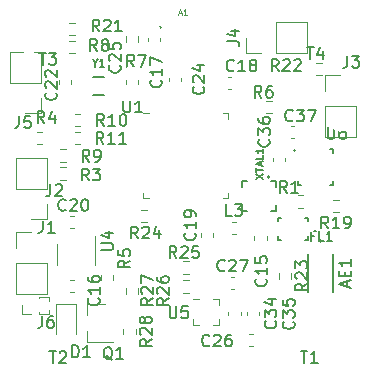
<source format=gto>
G04 #@! TF.GenerationSoftware,KiCad,Pcbnew,(5.1.12)-1*
G04 #@! TF.CreationDate,2022-01-26T09:33:22+03:00*
G04 #@! TF.ProjectId,d_watch_v2,645f7761-7463-4685-9f76-322e6b696361,rev?*
G04 #@! TF.SameCoordinates,Original*
G04 #@! TF.FileFunction,Legend,Top*
G04 #@! TF.FilePolarity,Positive*
%FSLAX46Y46*%
G04 Gerber Fmt 4.6, Leading zero omitted, Abs format (unit mm)*
G04 Created by KiCad (PCBNEW (5.1.12)-1) date 2022-01-26 09:33:22*
%MOMM*%
%LPD*%
G01*
G04 APERTURE LIST*
%ADD10C,0.127000*%
%ADD11C,0.200000*%
%ADD12C,0.100000*%
%ADD13C,0.152400*%
%ADD14C,0.120000*%
%ADD15C,0.150000*%
%ADD16O,0.350000X1.000000*%
%ADD17O,1.000000X0.350000*%
%ADD18O,0.950000X0.950000*%
%ADD19O,1.800000X1.800000*%
%ADD20C,3.100000*%
G04 APERTURE END LIST*
D10*
X107200000Y-36790000D02*
X108060000Y-36790000D01*
X107200000Y-35290000D02*
X108060000Y-35290000D01*
D11*
X122115000Y-43755000D02*
G75*
G03*
X122115000Y-43755000I-100000J0D01*
G01*
D10*
X119740000Y-44080000D02*
X119740000Y-44555000D01*
X120215000Y-44080000D02*
X119740000Y-44080000D01*
X120215000Y-46630000D02*
X119740000Y-46630000D01*
X119740000Y-46630000D02*
X119740000Y-46155000D01*
X122215000Y-46630000D02*
X122690000Y-46630000D01*
X122690000Y-46630000D02*
X122690000Y-46155000D01*
X122690000Y-44080000D02*
X122690000Y-44555000D01*
X122215000Y-44080000D02*
X122690000Y-44080000D01*
D12*
X124310000Y-41500000D02*
G75*
G03*
X124310000Y-41500000I-100000J0D01*
G01*
D11*
X127510000Y-44400000D02*
X127210000Y-44400000D01*
X127510000Y-44100000D02*
X127510000Y-44400000D01*
X124510000Y-44400000D02*
X124510000Y-44100000D01*
X124810000Y-44400000D02*
X124510000Y-44400000D01*
X127510000Y-41400000D02*
X127510000Y-41700000D01*
X127210000Y-41400000D02*
X127510000Y-41400000D01*
D13*
X125380000Y-47180000D02*
X125100000Y-47180000D01*
X125380000Y-47500000D02*
X125380000Y-47180000D01*
X125380000Y-49100000D02*
X125380000Y-48780000D01*
X125100000Y-49100000D02*
X125380000Y-49100000D01*
X122820000Y-49100000D02*
X123100000Y-49100000D01*
X122820000Y-48780000D02*
X122820000Y-49100000D01*
X122820000Y-47180000D02*
X123100000Y-47180000D01*
X122820000Y-47500000D02*
X122820000Y-47180000D01*
D11*
X124170000Y-46100000D02*
G75*
G03*
X124170000Y-46100000I-100000J0D01*
G01*
X126520000Y-49180000D02*
G75*
G03*
X126520000Y-49180000I-100000J0D01*
G01*
D10*
X125330000Y-50280000D02*
X125330000Y-53480000D01*
X127510000Y-50280000D02*
X127510000Y-53480000D01*
D11*
X112900000Y-31100000D02*
G75*
G03*
X112900000Y-31100000I-100000J0D01*
G01*
D14*
X103430000Y-55305000D02*
X103430000Y-55004493D01*
X103430000Y-54215507D02*
X103430000Y-53915000D01*
X102555000Y-55305000D02*
X103430000Y-55305000D01*
X102555000Y-53915000D02*
X103430000Y-53915000D01*
X102555000Y-55305000D02*
X102555000Y-55218276D01*
X102555000Y-54001724D02*
X102555000Y-53915000D01*
X101870000Y-55305000D02*
X101185000Y-55305000D01*
X101185000Y-55305000D02*
X101185000Y-54610000D01*
X106680000Y-54520000D02*
X106680000Y-55450000D01*
X106680000Y-57680000D02*
X106680000Y-56750000D01*
X106680000Y-57680000D02*
X108840000Y-57680000D01*
X106680000Y-54520000D02*
X108140000Y-54520000D01*
X105690000Y-54520000D02*
X103990000Y-54520000D01*
X103990000Y-54520000D02*
X103990000Y-57070000D01*
X105690000Y-54520000D02*
X105690000Y-57070000D01*
X110982500Y-53167742D02*
X110982500Y-53642258D01*
X109937500Y-53167742D02*
X109937500Y-53642258D01*
X110762500Y-56597742D02*
X110762500Y-57072258D01*
X109717500Y-56597742D02*
X109717500Y-57072258D01*
X102750000Y-33160000D02*
X100090000Y-33160000D01*
X102750000Y-35760000D02*
X102750000Y-33160000D01*
X100090000Y-35760000D02*
X100090000Y-33160000D01*
X102750000Y-35760000D02*
X100090000Y-35760000D01*
X102750000Y-37030000D02*
X102750000Y-38360000D01*
X102750000Y-38360000D02*
X101420000Y-38360000D01*
X109947500Y-31827742D02*
X109947500Y-32302258D01*
X110992500Y-31827742D02*
X110992500Y-32302258D01*
X113600000Y-35655580D02*
X113600000Y-35374420D01*
X114620000Y-35655580D02*
X114620000Y-35374420D01*
X120830000Y-48774420D02*
X120830000Y-49055580D01*
X121850000Y-48774420D02*
X121850000Y-49055580D01*
X118914721Y-48540000D02*
X119240279Y-48540000D01*
X118914721Y-47520000D02*
X119240279Y-47520000D01*
X100610000Y-48430000D02*
X101940000Y-48430000D01*
X100610000Y-49760000D02*
X100610000Y-48430000D01*
X100610000Y-51030000D02*
X103270000Y-51030000D01*
X103270000Y-51030000D02*
X103270000Y-53630000D01*
X100610000Y-51030000D02*
X100610000Y-53630000D01*
X100610000Y-53630000D02*
X103270000Y-53630000D01*
X120394420Y-58060000D02*
X120675580Y-58060000D01*
X120394420Y-57040000D02*
X120675580Y-57040000D01*
X115642500Y-54070000D02*
X115642500Y-54070000D01*
X116142500Y-54070000D02*
X115642500Y-54070000D01*
X115642500Y-55770000D02*
X115642500Y-55770000D01*
X115642500Y-56270000D02*
X115642500Y-55770000D01*
X116142500Y-56270000D02*
X115642500Y-56270000D01*
X117342500Y-56270000D02*
X117342500Y-56270000D01*
X117842500Y-56270000D02*
X117342500Y-56270000D01*
X117842500Y-55770000D02*
X117842500Y-56270000D01*
X117842500Y-54570000D02*
X117842500Y-54570000D01*
X117842500Y-54070000D02*
X117842500Y-54570000D01*
X117342500Y-54070000D02*
X117842500Y-54070000D01*
X107310000Y-51220000D02*
X107310000Y-48770000D01*
X104090000Y-49420000D02*
X104090000Y-51220000D01*
X111865000Y-38330000D02*
X111390000Y-38330000D01*
X118610000Y-45550000D02*
X118610000Y-45075000D01*
X118135000Y-45550000D02*
X118610000Y-45550000D01*
X111390000Y-45550000D02*
X111390000Y-45075000D01*
X111865000Y-45550000D02*
X111390000Y-45550000D01*
X118610000Y-38330000D02*
X118610000Y-38805000D01*
X118135000Y-38330000D02*
X118610000Y-38330000D01*
X114807742Y-53542500D02*
X115282258Y-53542500D01*
X114807742Y-52497500D02*
X115282258Y-52497500D01*
X114777742Y-51922500D02*
X115252258Y-51922500D01*
X114777742Y-50877500D02*
X115252258Y-50877500D01*
X111237742Y-47592500D02*
X111712258Y-47592500D01*
X111237742Y-46547500D02*
X111712258Y-46547500D01*
X122897500Y-51887742D02*
X122897500Y-52362258D01*
X123942500Y-51887742D02*
X123942500Y-52362258D01*
X126552258Y-34097500D02*
X126077742Y-34097500D01*
X126552258Y-35142500D02*
X126077742Y-35142500D01*
X105127742Y-31722500D02*
X105602258Y-31722500D01*
X105127742Y-30677500D02*
X105602258Y-30677500D01*
X127952258Y-45687500D02*
X127477742Y-45687500D01*
X127952258Y-46732500D02*
X127477742Y-46732500D01*
X105607742Y-40982500D02*
X106082258Y-40982500D01*
X105607742Y-39937500D02*
X106082258Y-39937500D01*
X106072258Y-38407500D02*
X105597742Y-38407500D01*
X106072258Y-39452500D02*
X105597742Y-39452500D01*
X104387742Y-42452500D02*
X104862258Y-42452500D01*
X104387742Y-41407500D02*
X104862258Y-41407500D01*
X105127742Y-33252500D02*
X105602258Y-33252500D01*
X105127742Y-32207500D02*
X105602258Y-32207500D01*
X121847742Y-38322500D02*
X122322258Y-38322500D01*
X121847742Y-37277500D02*
X122322258Y-37277500D01*
X108852500Y-52502258D02*
X108852500Y-52027742D01*
X107807500Y-52502258D02*
X107807500Y-52027742D01*
X102387742Y-40952500D02*
X102862258Y-40952500D01*
X102387742Y-39907500D02*
X102862258Y-39907500D01*
X104852258Y-42927500D02*
X104377742Y-42927500D01*
X104852258Y-43972500D02*
X104377742Y-43972500D01*
X124487742Y-46342500D02*
X124962258Y-46342500D01*
X124487742Y-45297500D02*
X124962258Y-45297500D01*
X120090000Y-33270000D02*
X120090000Y-31940000D01*
X121420000Y-33270000D02*
X120090000Y-33270000D01*
X122690000Y-33270000D02*
X122690000Y-30610000D01*
X122690000Y-30610000D02*
X125290000Y-30610000D01*
X122690000Y-33270000D02*
X125290000Y-33270000D01*
X125290000Y-33270000D02*
X125290000Y-30610000D01*
X126770000Y-35130000D02*
X128100000Y-35130000D01*
X126770000Y-36460000D02*
X126770000Y-35130000D01*
X126770000Y-37730000D02*
X129430000Y-37730000D01*
X129430000Y-37730000D02*
X129430000Y-40330000D01*
X126770000Y-37730000D02*
X126770000Y-40330000D01*
X126770000Y-40330000D02*
X129430000Y-40330000D01*
X103270000Y-47330000D02*
X101940000Y-47330000D01*
X103270000Y-46000000D02*
X103270000Y-47330000D01*
X103270000Y-44730000D02*
X100610000Y-44730000D01*
X100610000Y-44730000D02*
X100610000Y-42130000D01*
X103270000Y-44730000D02*
X103270000Y-42130000D01*
X103270000Y-42130000D02*
X100610000Y-42130000D01*
X124205580Y-39410000D02*
X123924420Y-39410000D01*
X124205580Y-40430000D02*
X123924420Y-40430000D01*
X123450000Y-42415580D02*
X123450000Y-42134420D01*
X122430000Y-42415580D02*
X122430000Y-42134420D01*
X120210000Y-55164420D02*
X120210000Y-55445580D01*
X121230000Y-55164420D02*
X121230000Y-55445580D01*
X118630000Y-55154420D02*
X118630000Y-55435580D01*
X119650000Y-55154420D02*
X119650000Y-55435580D01*
X118814420Y-53230000D02*
X119095580Y-53230000D01*
X118814420Y-52210000D02*
X119095580Y-52210000D01*
X110940000Y-35845580D02*
X110940000Y-35564420D01*
X109920000Y-35845580D02*
X109920000Y-35564420D01*
X105330000Y-35835580D02*
X105330000Y-35554420D01*
X104310000Y-35835580D02*
X104310000Y-35554420D01*
X105244420Y-48090000D02*
X105525580Y-48090000D01*
X105244420Y-47070000D02*
X105525580Y-47070000D01*
X116300000Y-48524420D02*
X116300000Y-48805580D01*
X117320000Y-48524420D02*
X117320000Y-48805580D01*
X118604420Y-36320000D02*
X118885580Y-36320000D01*
X118604420Y-35300000D02*
X118885580Y-35300000D01*
X112810000Y-32255580D02*
X112810000Y-31974420D01*
X111790000Y-32255580D02*
X111790000Y-31974420D01*
X105234420Y-53520000D02*
X105515580Y-53520000D01*
X105234420Y-52500000D02*
X105515580Y-52500000D01*
D15*
X107357238Y-34118361D02*
X107357238Y-34423123D01*
X107143904Y-33783123D02*
X107357238Y-34118361D01*
X107570571Y-33783123D01*
X108119142Y-34423123D02*
X107753428Y-34423123D01*
X107936285Y-34423123D02*
X107936285Y-33783123D01*
X107875333Y-33874552D01*
X107814380Y-33935504D01*
X107753428Y-33965980D01*
X120949523Y-43895238D02*
X121589523Y-43468571D01*
X120949523Y-43468571D02*
X121589523Y-43895238D01*
X120949523Y-43316190D02*
X120949523Y-42950476D01*
X121589523Y-43133333D02*
X120949523Y-43133333D01*
X121406666Y-42767619D02*
X121406666Y-42462857D01*
X121589523Y-42828571D02*
X120949523Y-42615238D01*
X121589523Y-42401904D01*
X121589523Y-41883809D02*
X121589523Y-42188571D01*
X120949523Y-42188571D01*
X121589523Y-41335238D02*
X121589523Y-41700952D01*
X121589523Y-41518095D02*
X120949523Y-41518095D01*
X121040952Y-41579047D01*
X121101904Y-41640000D01*
X121132380Y-41700952D01*
X127023966Y-39514476D02*
X127023966Y-40324694D01*
X127071626Y-40420014D01*
X127119286Y-40467674D01*
X127214606Y-40515334D01*
X127405245Y-40515334D01*
X127500565Y-40467674D01*
X127548225Y-40420014D01*
X127595885Y-40324694D01*
X127595885Y-39514476D01*
X128501423Y-39514476D02*
X128310783Y-39514476D01*
X128215464Y-39562136D01*
X128167804Y-39609795D01*
X128072484Y-39752775D01*
X128024824Y-39943415D01*
X128024824Y-40324694D01*
X128072484Y-40420014D01*
X128120144Y-40467674D01*
X128215464Y-40515334D01*
X128406103Y-40515334D01*
X128501423Y-40467674D01*
X128549083Y-40420014D01*
X128596743Y-40324694D01*
X128596743Y-40086394D01*
X128549083Y-39991075D01*
X128501423Y-39943415D01*
X128406103Y-39895755D01*
X128215464Y-39895755D01*
X128120144Y-39943415D01*
X128072484Y-39991075D01*
X128024824Y-40086394D01*
X125909523Y-48722857D02*
X125642857Y-48722857D01*
X125642857Y-49141904D02*
X125642857Y-48341904D01*
X126023809Y-48341904D01*
X126709523Y-49141904D02*
X126328571Y-49141904D01*
X126328571Y-48341904D01*
X127395238Y-49141904D02*
X126938095Y-49141904D01*
X127166666Y-49141904D02*
X127166666Y-48341904D01*
X127090476Y-48456190D01*
X127014285Y-48532380D01*
X126938095Y-48570476D01*
X128696917Y-53048421D02*
X128696917Y-52571514D01*
X128983061Y-53143802D02*
X127981557Y-52809968D01*
X128983061Y-52476133D01*
X128458464Y-52142298D02*
X128458464Y-51808464D01*
X128983061Y-51665392D02*
X128983061Y-52142298D01*
X127981557Y-52142298D01*
X127981557Y-51665392D01*
X128983061Y-50711578D02*
X128983061Y-51283866D01*
X128983061Y-50997722D02*
X127981557Y-50997722D01*
X128124629Y-51093104D01*
X128220010Y-51188485D01*
X128267701Y-51283866D01*
D14*
X114431142Y-29875200D02*
X114659714Y-29875200D01*
X114385428Y-30012342D02*
X114545428Y-29532342D01*
X114705428Y-30012342D01*
X115116857Y-30012342D02*
X114842571Y-30012342D01*
X114979714Y-30012342D02*
X114979714Y-29532342D01*
X114934000Y-29600914D01*
X114888285Y-29646628D01*
X114842571Y-29669485D01*
D15*
X102856666Y-55512380D02*
X102856666Y-56226666D01*
X102809047Y-56369523D01*
X102713809Y-56464761D01*
X102570952Y-56512380D01*
X102475714Y-56512380D01*
X103761428Y-55512380D02*
X103570952Y-55512380D01*
X103475714Y-55560000D01*
X103428095Y-55607619D01*
X103332857Y-55750476D01*
X103285238Y-55940952D01*
X103285238Y-56321904D01*
X103332857Y-56417142D01*
X103380476Y-56464761D01*
X103475714Y-56512380D01*
X103666190Y-56512380D01*
X103761428Y-56464761D01*
X103809047Y-56417142D01*
X103856666Y-56321904D01*
X103856666Y-56083809D01*
X103809047Y-55988571D01*
X103761428Y-55940952D01*
X103666190Y-55893333D01*
X103475714Y-55893333D01*
X103380476Y-55940952D01*
X103332857Y-55988571D01*
X103285238Y-56083809D01*
X108794761Y-59237619D02*
X108699523Y-59190000D01*
X108604285Y-59094761D01*
X108461428Y-58951904D01*
X108366190Y-58904285D01*
X108270952Y-58904285D01*
X108318571Y-59142380D02*
X108223333Y-59094761D01*
X108128095Y-58999523D01*
X108080476Y-58809047D01*
X108080476Y-58475714D01*
X108128095Y-58285238D01*
X108223333Y-58190000D01*
X108318571Y-58142380D01*
X108509047Y-58142380D01*
X108604285Y-58190000D01*
X108699523Y-58285238D01*
X108747142Y-58475714D01*
X108747142Y-58809047D01*
X108699523Y-58999523D01*
X108604285Y-59094761D01*
X108509047Y-59142380D01*
X108318571Y-59142380D01*
X109699523Y-59142380D02*
X109128095Y-59142380D01*
X109413809Y-59142380D02*
X109413809Y-58142380D01*
X109318571Y-58285238D01*
X109223333Y-58380476D01*
X109128095Y-58428095D01*
X105391904Y-59002380D02*
X105391904Y-58002380D01*
X105630000Y-58002380D01*
X105772857Y-58050000D01*
X105868095Y-58145238D01*
X105915714Y-58240476D01*
X105963333Y-58430952D01*
X105963333Y-58573809D01*
X105915714Y-58764285D01*
X105868095Y-58859523D01*
X105772857Y-58954761D01*
X105630000Y-59002380D01*
X105391904Y-59002380D01*
X106915714Y-59002380D02*
X106344285Y-59002380D01*
X106630000Y-59002380D02*
X106630000Y-58002380D01*
X106534761Y-58145238D01*
X106439523Y-58240476D01*
X106344285Y-58288095D01*
X112232380Y-54002857D02*
X111756190Y-54336190D01*
X112232380Y-54574285D02*
X111232380Y-54574285D01*
X111232380Y-54193333D01*
X111280000Y-54098095D01*
X111327619Y-54050476D01*
X111422857Y-54002857D01*
X111565714Y-54002857D01*
X111660952Y-54050476D01*
X111708571Y-54098095D01*
X111756190Y-54193333D01*
X111756190Y-54574285D01*
X111327619Y-53621904D02*
X111280000Y-53574285D01*
X111232380Y-53479047D01*
X111232380Y-53240952D01*
X111280000Y-53145714D01*
X111327619Y-53098095D01*
X111422857Y-53050476D01*
X111518095Y-53050476D01*
X111660952Y-53098095D01*
X112232380Y-53669523D01*
X112232380Y-53050476D01*
X111232380Y-52717142D02*
X111232380Y-52050476D01*
X112232380Y-52479047D01*
X112122380Y-57477857D02*
X111646190Y-57811190D01*
X112122380Y-58049285D02*
X111122380Y-58049285D01*
X111122380Y-57668333D01*
X111170000Y-57573095D01*
X111217619Y-57525476D01*
X111312857Y-57477857D01*
X111455714Y-57477857D01*
X111550952Y-57525476D01*
X111598571Y-57573095D01*
X111646190Y-57668333D01*
X111646190Y-58049285D01*
X111217619Y-57096904D02*
X111170000Y-57049285D01*
X111122380Y-56954047D01*
X111122380Y-56715952D01*
X111170000Y-56620714D01*
X111217619Y-56573095D01*
X111312857Y-56525476D01*
X111408095Y-56525476D01*
X111550952Y-56573095D01*
X112122380Y-57144523D01*
X112122380Y-56525476D01*
X111550952Y-55954047D02*
X111503333Y-56049285D01*
X111455714Y-56096904D01*
X111360476Y-56144523D01*
X111312857Y-56144523D01*
X111217619Y-56096904D01*
X111170000Y-56049285D01*
X111122380Y-55954047D01*
X111122380Y-55763571D01*
X111170000Y-55668333D01*
X111217619Y-55620714D01*
X111312857Y-55573095D01*
X111360476Y-55573095D01*
X111455714Y-55620714D01*
X111503333Y-55668333D01*
X111550952Y-55763571D01*
X111550952Y-55954047D01*
X111598571Y-56049285D01*
X111646190Y-56096904D01*
X111741428Y-56144523D01*
X111931904Y-56144523D01*
X112027142Y-56096904D01*
X112074761Y-56049285D01*
X112122380Y-55954047D01*
X112122380Y-55763571D01*
X112074761Y-55668333D01*
X112027142Y-55620714D01*
X111931904Y-55573095D01*
X111741428Y-55573095D01*
X111646190Y-55620714D01*
X111598571Y-55668333D01*
X111550952Y-55763571D01*
X100896666Y-38582380D02*
X100896666Y-39296666D01*
X100849047Y-39439523D01*
X100753809Y-39534761D01*
X100610952Y-39582380D01*
X100515714Y-39582380D01*
X101849047Y-38582380D02*
X101372857Y-38582380D01*
X101325238Y-39058571D01*
X101372857Y-39010952D01*
X101468095Y-38963333D01*
X101706190Y-38963333D01*
X101801428Y-39010952D01*
X101849047Y-39058571D01*
X101896666Y-39153809D01*
X101896666Y-39391904D01*
X101849047Y-39487142D01*
X101801428Y-39534761D01*
X101706190Y-39582380D01*
X101468095Y-39582380D01*
X101372857Y-39534761D01*
X101325238Y-39487142D01*
X103468095Y-58512380D02*
X104039523Y-58512380D01*
X103753809Y-59512380D02*
X103753809Y-58512380D01*
X104325238Y-58607619D02*
X104372857Y-58560000D01*
X104468095Y-58512380D01*
X104706190Y-58512380D01*
X104801428Y-58560000D01*
X104849047Y-58607619D01*
X104896666Y-58702857D01*
X104896666Y-58798095D01*
X104849047Y-58940952D01*
X104277619Y-59512380D01*
X104896666Y-59512380D01*
X125268095Y-32772380D02*
X125839523Y-32772380D01*
X125553809Y-33772380D02*
X125553809Y-32772380D01*
X126601428Y-33105714D02*
X126601428Y-33772380D01*
X126363333Y-32724761D02*
X126125238Y-33439047D01*
X126744285Y-33439047D01*
X124748095Y-58472380D02*
X125319523Y-58472380D01*
X125033809Y-59472380D02*
X125033809Y-58472380D01*
X126176666Y-59472380D02*
X125605238Y-59472380D01*
X125890952Y-59472380D02*
X125890952Y-58472380D01*
X125795714Y-58615238D01*
X125700476Y-58710476D01*
X125605238Y-58758095D01*
X102618095Y-33222380D02*
X103189523Y-33222380D01*
X102903809Y-34222380D02*
X102903809Y-33222380D01*
X103427619Y-33222380D02*
X104046666Y-33222380D01*
X103713333Y-33603333D01*
X103856190Y-33603333D01*
X103951428Y-33650952D01*
X103999047Y-33698571D01*
X104046666Y-33793809D01*
X104046666Y-34031904D01*
X103999047Y-34127142D01*
X103951428Y-34174761D01*
X103856190Y-34222380D01*
X103570476Y-34222380D01*
X103475238Y-34174761D01*
X103427619Y-34127142D01*
X110643333Y-34402380D02*
X110310000Y-33926190D01*
X110071904Y-34402380D02*
X110071904Y-33402380D01*
X110452857Y-33402380D01*
X110548095Y-33450000D01*
X110595714Y-33497619D01*
X110643333Y-33592857D01*
X110643333Y-33735714D01*
X110595714Y-33830952D01*
X110548095Y-33878571D01*
X110452857Y-33926190D01*
X110071904Y-33926190D01*
X110976666Y-33402380D02*
X111643333Y-33402380D01*
X111214761Y-34402380D01*
X116497142Y-36102857D02*
X116544761Y-36150476D01*
X116592380Y-36293333D01*
X116592380Y-36388571D01*
X116544761Y-36531428D01*
X116449523Y-36626666D01*
X116354285Y-36674285D01*
X116163809Y-36721904D01*
X116020952Y-36721904D01*
X115830476Y-36674285D01*
X115735238Y-36626666D01*
X115640000Y-36531428D01*
X115592380Y-36388571D01*
X115592380Y-36293333D01*
X115640000Y-36150476D01*
X115687619Y-36102857D01*
X115687619Y-35721904D02*
X115640000Y-35674285D01*
X115592380Y-35579047D01*
X115592380Y-35340952D01*
X115640000Y-35245714D01*
X115687619Y-35198095D01*
X115782857Y-35150476D01*
X115878095Y-35150476D01*
X116020952Y-35198095D01*
X116592380Y-35769523D01*
X116592380Y-35150476D01*
X115925714Y-34293333D02*
X116592380Y-34293333D01*
X115544761Y-34531428D02*
X116259047Y-34769523D01*
X116259047Y-34150476D01*
X121797142Y-52372857D02*
X121844761Y-52420476D01*
X121892380Y-52563333D01*
X121892380Y-52658571D01*
X121844761Y-52801428D01*
X121749523Y-52896666D01*
X121654285Y-52944285D01*
X121463809Y-52991904D01*
X121320952Y-52991904D01*
X121130476Y-52944285D01*
X121035238Y-52896666D01*
X120940000Y-52801428D01*
X120892380Y-52658571D01*
X120892380Y-52563333D01*
X120940000Y-52420476D01*
X120987619Y-52372857D01*
X121892380Y-51420476D02*
X121892380Y-51991904D01*
X121892380Y-51706190D02*
X120892380Y-51706190D01*
X121035238Y-51801428D01*
X121130476Y-51896666D01*
X121178095Y-51991904D01*
X120892380Y-50515714D02*
X120892380Y-50991904D01*
X121368571Y-51039523D01*
X121320952Y-50991904D01*
X121273333Y-50896666D01*
X121273333Y-50658571D01*
X121320952Y-50563333D01*
X121368571Y-50515714D01*
X121463809Y-50468095D01*
X121701904Y-50468095D01*
X121797142Y-50515714D01*
X121844761Y-50563333D01*
X121892380Y-50658571D01*
X121892380Y-50896666D01*
X121844761Y-50991904D01*
X121797142Y-51039523D01*
X118910833Y-47052380D02*
X118434642Y-47052380D01*
X118434642Y-46052380D01*
X119148928Y-46052380D02*
X119767976Y-46052380D01*
X119434642Y-46433333D01*
X119577500Y-46433333D01*
X119672738Y-46480952D01*
X119720357Y-46528571D01*
X119767976Y-46623809D01*
X119767976Y-46861904D01*
X119720357Y-46957142D01*
X119672738Y-47004761D01*
X119577500Y-47052380D01*
X119291785Y-47052380D01*
X119196547Y-47004761D01*
X119148928Y-46957142D01*
X103556666Y-44362380D02*
X103556666Y-45076666D01*
X103509047Y-45219523D01*
X103413809Y-45314761D01*
X103270952Y-45362380D01*
X103175714Y-45362380D01*
X103985238Y-44457619D02*
X104032857Y-44410000D01*
X104128095Y-44362380D01*
X104366190Y-44362380D01*
X104461428Y-44410000D01*
X104509047Y-44457619D01*
X104556666Y-44552857D01*
X104556666Y-44648095D01*
X104509047Y-44790952D01*
X103937619Y-45362380D01*
X104556666Y-45362380D01*
X117007142Y-57997142D02*
X116959523Y-58044761D01*
X116816666Y-58092380D01*
X116721428Y-58092380D01*
X116578571Y-58044761D01*
X116483333Y-57949523D01*
X116435714Y-57854285D01*
X116388095Y-57663809D01*
X116388095Y-57520952D01*
X116435714Y-57330476D01*
X116483333Y-57235238D01*
X116578571Y-57140000D01*
X116721428Y-57092380D01*
X116816666Y-57092380D01*
X116959523Y-57140000D01*
X117007142Y-57187619D01*
X117388095Y-57187619D02*
X117435714Y-57140000D01*
X117530952Y-57092380D01*
X117769047Y-57092380D01*
X117864285Y-57140000D01*
X117911904Y-57187619D01*
X117959523Y-57282857D01*
X117959523Y-57378095D01*
X117911904Y-57520952D01*
X117340476Y-58092380D01*
X117959523Y-58092380D01*
X118816666Y-57092380D02*
X118626190Y-57092380D01*
X118530952Y-57140000D01*
X118483333Y-57187619D01*
X118388095Y-57330476D01*
X118340476Y-57520952D01*
X118340476Y-57901904D01*
X118388095Y-57997142D01*
X118435714Y-58044761D01*
X118530952Y-58092380D01*
X118721428Y-58092380D01*
X118816666Y-58044761D01*
X118864285Y-57997142D01*
X118911904Y-57901904D01*
X118911904Y-57663809D01*
X118864285Y-57568571D01*
X118816666Y-57520952D01*
X118721428Y-57473333D01*
X118530952Y-57473333D01*
X118435714Y-57520952D01*
X118388095Y-57568571D01*
X118340476Y-57663809D01*
X113638095Y-54702380D02*
X113638095Y-55511904D01*
X113685714Y-55607142D01*
X113733333Y-55654761D01*
X113828571Y-55702380D01*
X114019047Y-55702380D01*
X114114285Y-55654761D01*
X114161904Y-55607142D01*
X114209523Y-55511904D01*
X114209523Y-54702380D01*
X115161904Y-54702380D02*
X114685714Y-54702380D01*
X114638095Y-55178571D01*
X114685714Y-55130952D01*
X114780952Y-55083333D01*
X115019047Y-55083333D01*
X115114285Y-55130952D01*
X115161904Y-55178571D01*
X115209523Y-55273809D01*
X115209523Y-55511904D01*
X115161904Y-55607142D01*
X115114285Y-55654761D01*
X115019047Y-55702380D01*
X114780952Y-55702380D01*
X114685714Y-55654761D01*
X114638095Y-55607142D01*
X107872380Y-49931904D02*
X108681904Y-49931904D01*
X108777142Y-49884285D01*
X108824761Y-49836666D01*
X108872380Y-49741428D01*
X108872380Y-49550952D01*
X108824761Y-49455714D01*
X108777142Y-49408095D01*
X108681904Y-49360476D01*
X107872380Y-49360476D01*
X108205714Y-48455714D02*
X108872380Y-48455714D01*
X107824761Y-48693809D02*
X108539047Y-48931904D01*
X108539047Y-48312857D01*
X109738095Y-37282380D02*
X109738095Y-38091904D01*
X109785714Y-38187142D01*
X109833333Y-38234761D01*
X109928571Y-38282380D01*
X110119047Y-38282380D01*
X110214285Y-38234761D01*
X110261904Y-38187142D01*
X110309523Y-38091904D01*
X110309523Y-37282380D01*
X111309523Y-38282380D02*
X110738095Y-38282380D01*
X111023809Y-38282380D02*
X111023809Y-37282380D01*
X110928571Y-37425238D01*
X110833333Y-37520476D01*
X110738095Y-37568095D01*
X113572380Y-54032857D02*
X113096190Y-54366190D01*
X113572380Y-54604285D02*
X112572380Y-54604285D01*
X112572380Y-54223333D01*
X112620000Y-54128095D01*
X112667619Y-54080476D01*
X112762857Y-54032857D01*
X112905714Y-54032857D01*
X113000952Y-54080476D01*
X113048571Y-54128095D01*
X113096190Y-54223333D01*
X113096190Y-54604285D01*
X112667619Y-53651904D02*
X112620000Y-53604285D01*
X112572380Y-53509047D01*
X112572380Y-53270952D01*
X112620000Y-53175714D01*
X112667619Y-53128095D01*
X112762857Y-53080476D01*
X112858095Y-53080476D01*
X113000952Y-53128095D01*
X113572380Y-53699523D01*
X113572380Y-53080476D01*
X112572380Y-52223333D02*
X112572380Y-52413809D01*
X112620000Y-52509047D01*
X112667619Y-52556666D01*
X112810476Y-52651904D01*
X113000952Y-52699523D01*
X113381904Y-52699523D01*
X113477142Y-52651904D01*
X113524761Y-52604285D01*
X113572380Y-52509047D01*
X113572380Y-52318571D01*
X113524761Y-52223333D01*
X113477142Y-52175714D01*
X113381904Y-52128095D01*
X113143809Y-52128095D01*
X113048571Y-52175714D01*
X113000952Y-52223333D01*
X112953333Y-52318571D01*
X112953333Y-52509047D01*
X113000952Y-52604285D01*
X113048571Y-52651904D01*
X113143809Y-52699523D01*
X114227142Y-50602380D02*
X113893809Y-50126190D01*
X113655714Y-50602380D02*
X113655714Y-49602380D01*
X114036666Y-49602380D01*
X114131904Y-49650000D01*
X114179523Y-49697619D01*
X114227142Y-49792857D01*
X114227142Y-49935714D01*
X114179523Y-50030952D01*
X114131904Y-50078571D01*
X114036666Y-50126190D01*
X113655714Y-50126190D01*
X114608095Y-49697619D02*
X114655714Y-49650000D01*
X114750952Y-49602380D01*
X114989047Y-49602380D01*
X115084285Y-49650000D01*
X115131904Y-49697619D01*
X115179523Y-49792857D01*
X115179523Y-49888095D01*
X115131904Y-50030952D01*
X114560476Y-50602380D01*
X115179523Y-50602380D01*
X116084285Y-49602380D02*
X115608095Y-49602380D01*
X115560476Y-50078571D01*
X115608095Y-50030952D01*
X115703333Y-49983333D01*
X115941428Y-49983333D01*
X116036666Y-50030952D01*
X116084285Y-50078571D01*
X116131904Y-50173809D01*
X116131904Y-50411904D01*
X116084285Y-50507142D01*
X116036666Y-50554761D01*
X115941428Y-50602380D01*
X115703333Y-50602380D01*
X115608095Y-50554761D01*
X115560476Y-50507142D01*
X110957142Y-48942380D02*
X110623809Y-48466190D01*
X110385714Y-48942380D02*
X110385714Y-47942380D01*
X110766666Y-47942380D01*
X110861904Y-47990000D01*
X110909523Y-48037619D01*
X110957142Y-48132857D01*
X110957142Y-48275714D01*
X110909523Y-48370952D01*
X110861904Y-48418571D01*
X110766666Y-48466190D01*
X110385714Y-48466190D01*
X111338095Y-48037619D02*
X111385714Y-47990000D01*
X111480952Y-47942380D01*
X111719047Y-47942380D01*
X111814285Y-47990000D01*
X111861904Y-48037619D01*
X111909523Y-48132857D01*
X111909523Y-48228095D01*
X111861904Y-48370952D01*
X111290476Y-48942380D01*
X111909523Y-48942380D01*
X112766666Y-48275714D02*
X112766666Y-48942380D01*
X112528571Y-47894761D02*
X112290476Y-48609047D01*
X112909523Y-48609047D01*
X125302380Y-52767857D02*
X124826190Y-53101190D01*
X125302380Y-53339285D02*
X124302380Y-53339285D01*
X124302380Y-52958333D01*
X124350000Y-52863095D01*
X124397619Y-52815476D01*
X124492857Y-52767857D01*
X124635714Y-52767857D01*
X124730952Y-52815476D01*
X124778571Y-52863095D01*
X124826190Y-52958333D01*
X124826190Y-53339285D01*
X124397619Y-52386904D02*
X124350000Y-52339285D01*
X124302380Y-52244047D01*
X124302380Y-52005952D01*
X124350000Y-51910714D01*
X124397619Y-51863095D01*
X124492857Y-51815476D01*
X124588095Y-51815476D01*
X124730952Y-51863095D01*
X125302380Y-52434523D01*
X125302380Y-51815476D01*
X124302380Y-51482142D02*
X124302380Y-50863095D01*
X124683333Y-51196428D01*
X124683333Y-51053571D01*
X124730952Y-50958333D01*
X124778571Y-50910714D01*
X124873809Y-50863095D01*
X125111904Y-50863095D01*
X125207142Y-50910714D01*
X125254761Y-50958333D01*
X125302380Y-51053571D01*
X125302380Y-51339285D01*
X125254761Y-51434523D01*
X125207142Y-51482142D01*
X122867142Y-34782380D02*
X122533809Y-34306190D01*
X122295714Y-34782380D02*
X122295714Y-33782380D01*
X122676666Y-33782380D01*
X122771904Y-33830000D01*
X122819523Y-33877619D01*
X122867142Y-33972857D01*
X122867142Y-34115714D01*
X122819523Y-34210952D01*
X122771904Y-34258571D01*
X122676666Y-34306190D01*
X122295714Y-34306190D01*
X123248095Y-33877619D02*
X123295714Y-33830000D01*
X123390952Y-33782380D01*
X123629047Y-33782380D01*
X123724285Y-33830000D01*
X123771904Y-33877619D01*
X123819523Y-33972857D01*
X123819523Y-34068095D01*
X123771904Y-34210952D01*
X123200476Y-34782380D01*
X123819523Y-34782380D01*
X124200476Y-33877619D02*
X124248095Y-33830000D01*
X124343333Y-33782380D01*
X124581428Y-33782380D01*
X124676666Y-33830000D01*
X124724285Y-33877619D01*
X124771904Y-33972857D01*
X124771904Y-34068095D01*
X124724285Y-34210952D01*
X124152857Y-34782380D01*
X124771904Y-34782380D01*
X107697142Y-31422380D02*
X107363809Y-30946190D01*
X107125714Y-31422380D02*
X107125714Y-30422380D01*
X107506666Y-30422380D01*
X107601904Y-30470000D01*
X107649523Y-30517619D01*
X107697142Y-30612857D01*
X107697142Y-30755714D01*
X107649523Y-30850952D01*
X107601904Y-30898571D01*
X107506666Y-30946190D01*
X107125714Y-30946190D01*
X108078095Y-30517619D02*
X108125714Y-30470000D01*
X108220952Y-30422380D01*
X108459047Y-30422380D01*
X108554285Y-30470000D01*
X108601904Y-30517619D01*
X108649523Y-30612857D01*
X108649523Y-30708095D01*
X108601904Y-30850952D01*
X108030476Y-31422380D01*
X108649523Y-31422380D01*
X109601904Y-31422380D02*
X109030476Y-31422380D01*
X109316190Y-31422380D02*
X109316190Y-30422380D01*
X109220952Y-30565238D01*
X109125714Y-30660476D01*
X109030476Y-30708095D01*
X127072142Y-48092380D02*
X126738809Y-47616190D01*
X126500714Y-48092380D02*
X126500714Y-47092380D01*
X126881666Y-47092380D01*
X126976904Y-47140000D01*
X127024523Y-47187619D01*
X127072142Y-47282857D01*
X127072142Y-47425714D01*
X127024523Y-47520952D01*
X126976904Y-47568571D01*
X126881666Y-47616190D01*
X126500714Y-47616190D01*
X128024523Y-48092380D02*
X127453095Y-48092380D01*
X127738809Y-48092380D02*
X127738809Y-47092380D01*
X127643571Y-47235238D01*
X127548333Y-47330476D01*
X127453095Y-47378095D01*
X128500714Y-48092380D02*
X128691190Y-48092380D01*
X128786428Y-48044761D01*
X128834047Y-47997142D01*
X128929285Y-47854285D01*
X128976904Y-47663809D01*
X128976904Y-47282857D01*
X128929285Y-47187619D01*
X128881666Y-47140000D01*
X128786428Y-47092380D01*
X128595952Y-47092380D01*
X128500714Y-47140000D01*
X128453095Y-47187619D01*
X128405476Y-47282857D01*
X128405476Y-47520952D01*
X128453095Y-47616190D01*
X128500714Y-47663809D01*
X128595952Y-47711428D01*
X128786428Y-47711428D01*
X128881666Y-47663809D01*
X128929285Y-47616190D01*
X128976904Y-47520952D01*
X108047142Y-40932380D02*
X107713809Y-40456190D01*
X107475714Y-40932380D02*
X107475714Y-39932380D01*
X107856666Y-39932380D01*
X107951904Y-39980000D01*
X107999523Y-40027619D01*
X108047142Y-40122857D01*
X108047142Y-40265714D01*
X107999523Y-40360952D01*
X107951904Y-40408571D01*
X107856666Y-40456190D01*
X107475714Y-40456190D01*
X108999523Y-40932380D02*
X108428095Y-40932380D01*
X108713809Y-40932380D02*
X108713809Y-39932380D01*
X108618571Y-40075238D01*
X108523333Y-40170476D01*
X108428095Y-40218095D01*
X109951904Y-40932380D02*
X109380476Y-40932380D01*
X109666190Y-40932380D02*
X109666190Y-39932380D01*
X109570952Y-40075238D01*
X109475714Y-40170476D01*
X109380476Y-40218095D01*
X108087142Y-39412380D02*
X107753809Y-38936190D01*
X107515714Y-39412380D02*
X107515714Y-38412380D01*
X107896666Y-38412380D01*
X107991904Y-38460000D01*
X108039523Y-38507619D01*
X108087142Y-38602857D01*
X108087142Y-38745714D01*
X108039523Y-38840952D01*
X107991904Y-38888571D01*
X107896666Y-38936190D01*
X107515714Y-38936190D01*
X109039523Y-39412380D02*
X108468095Y-39412380D01*
X108753809Y-39412380D02*
X108753809Y-38412380D01*
X108658571Y-38555238D01*
X108563333Y-38650476D01*
X108468095Y-38698095D01*
X109658571Y-38412380D02*
X109753809Y-38412380D01*
X109849047Y-38460000D01*
X109896666Y-38507619D01*
X109944285Y-38602857D01*
X109991904Y-38793333D01*
X109991904Y-39031428D01*
X109944285Y-39221904D01*
X109896666Y-39317142D01*
X109849047Y-39364761D01*
X109753809Y-39412380D01*
X109658571Y-39412380D01*
X109563333Y-39364761D01*
X109515714Y-39317142D01*
X109468095Y-39221904D01*
X109420476Y-39031428D01*
X109420476Y-38793333D01*
X109468095Y-38602857D01*
X109515714Y-38507619D01*
X109563333Y-38460000D01*
X109658571Y-38412380D01*
X106853333Y-42442380D02*
X106520000Y-41966190D01*
X106281904Y-42442380D02*
X106281904Y-41442380D01*
X106662857Y-41442380D01*
X106758095Y-41490000D01*
X106805714Y-41537619D01*
X106853333Y-41632857D01*
X106853333Y-41775714D01*
X106805714Y-41870952D01*
X106758095Y-41918571D01*
X106662857Y-41966190D01*
X106281904Y-41966190D01*
X107329523Y-42442380D02*
X107520000Y-42442380D01*
X107615238Y-42394761D01*
X107662857Y-42347142D01*
X107758095Y-42204285D01*
X107805714Y-42013809D01*
X107805714Y-41632857D01*
X107758095Y-41537619D01*
X107710476Y-41490000D01*
X107615238Y-41442380D01*
X107424761Y-41442380D01*
X107329523Y-41490000D01*
X107281904Y-41537619D01*
X107234285Y-41632857D01*
X107234285Y-41870952D01*
X107281904Y-41966190D01*
X107329523Y-42013809D01*
X107424761Y-42061428D01*
X107615238Y-42061428D01*
X107710476Y-42013809D01*
X107758095Y-41966190D01*
X107805714Y-41870952D01*
X107503333Y-33072380D02*
X107170000Y-32596190D01*
X106931904Y-33072380D02*
X106931904Y-32072380D01*
X107312857Y-32072380D01*
X107408095Y-32120000D01*
X107455714Y-32167619D01*
X107503333Y-32262857D01*
X107503333Y-32405714D01*
X107455714Y-32500952D01*
X107408095Y-32548571D01*
X107312857Y-32596190D01*
X106931904Y-32596190D01*
X108074761Y-32500952D02*
X107979523Y-32453333D01*
X107931904Y-32405714D01*
X107884285Y-32310476D01*
X107884285Y-32262857D01*
X107931904Y-32167619D01*
X107979523Y-32120000D01*
X108074761Y-32072380D01*
X108265238Y-32072380D01*
X108360476Y-32120000D01*
X108408095Y-32167619D01*
X108455714Y-32262857D01*
X108455714Y-32310476D01*
X108408095Y-32405714D01*
X108360476Y-32453333D01*
X108265238Y-32500952D01*
X108074761Y-32500952D01*
X107979523Y-32548571D01*
X107931904Y-32596190D01*
X107884285Y-32691428D01*
X107884285Y-32881904D01*
X107931904Y-32977142D01*
X107979523Y-33024761D01*
X108074761Y-33072380D01*
X108265238Y-33072380D01*
X108360476Y-33024761D01*
X108408095Y-32977142D01*
X108455714Y-32881904D01*
X108455714Y-32691428D01*
X108408095Y-32596190D01*
X108360476Y-32548571D01*
X108265238Y-32500952D01*
X121423333Y-37032380D02*
X121090000Y-36556190D01*
X120851904Y-37032380D02*
X120851904Y-36032380D01*
X121232857Y-36032380D01*
X121328095Y-36080000D01*
X121375714Y-36127619D01*
X121423333Y-36222857D01*
X121423333Y-36365714D01*
X121375714Y-36460952D01*
X121328095Y-36508571D01*
X121232857Y-36556190D01*
X120851904Y-36556190D01*
X122280476Y-36032380D02*
X122090000Y-36032380D01*
X121994761Y-36080000D01*
X121947142Y-36127619D01*
X121851904Y-36270476D01*
X121804285Y-36460952D01*
X121804285Y-36841904D01*
X121851904Y-36937142D01*
X121899523Y-36984761D01*
X121994761Y-37032380D01*
X122185238Y-37032380D01*
X122280476Y-36984761D01*
X122328095Y-36937142D01*
X122375714Y-36841904D01*
X122375714Y-36603809D01*
X122328095Y-36508571D01*
X122280476Y-36460952D01*
X122185238Y-36413333D01*
X121994761Y-36413333D01*
X121899523Y-36460952D01*
X121851904Y-36508571D01*
X121804285Y-36603809D01*
X110302380Y-50816666D02*
X109826190Y-51150000D01*
X110302380Y-51388095D02*
X109302380Y-51388095D01*
X109302380Y-51007142D01*
X109350000Y-50911904D01*
X109397619Y-50864285D01*
X109492857Y-50816666D01*
X109635714Y-50816666D01*
X109730952Y-50864285D01*
X109778571Y-50911904D01*
X109826190Y-51007142D01*
X109826190Y-51388095D01*
X109302380Y-49911904D02*
X109302380Y-50388095D01*
X109778571Y-50435714D01*
X109730952Y-50388095D01*
X109683333Y-50292857D01*
X109683333Y-50054761D01*
X109730952Y-49959523D01*
X109778571Y-49911904D01*
X109873809Y-49864285D01*
X110111904Y-49864285D01*
X110207142Y-49911904D01*
X110254761Y-49959523D01*
X110302380Y-50054761D01*
X110302380Y-50292857D01*
X110254761Y-50388095D01*
X110207142Y-50435714D01*
X103043333Y-39182380D02*
X102710000Y-38706190D01*
X102471904Y-39182380D02*
X102471904Y-38182380D01*
X102852857Y-38182380D01*
X102948095Y-38230000D01*
X102995714Y-38277619D01*
X103043333Y-38372857D01*
X103043333Y-38515714D01*
X102995714Y-38610952D01*
X102948095Y-38658571D01*
X102852857Y-38706190D01*
X102471904Y-38706190D01*
X103900476Y-38515714D02*
X103900476Y-39182380D01*
X103662380Y-38134761D02*
X103424285Y-38849047D01*
X104043333Y-38849047D01*
X106813333Y-44032380D02*
X106480000Y-43556190D01*
X106241904Y-44032380D02*
X106241904Y-43032380D01*
X106622857Y-43032380D01*
X106718095Y-43080000D01*
X106765714Y-43127619D01*
X106813333Y-43222857D01*
X106813333Y-43365714D01*
X106765714Y-43460952D01*
X106718095Y-43508571D01*
X106622857Y-43556190D01*
X106241904Y-43556190D01*
X107146666Y-43032380D02*
X107765714Y-43032380D01*
X107432380Y-43413333D01*
X107575238Y-43413333D01*
X107670476Y-43460952D01*
X107718095Y-43508571D01*
X107765714Y-43603809D01*
X107765714Y-43841904D01*
X107718095Y-43937142D01*
X107670476Y-43984761D01*
X107575238Y-44032380D01*
X107289523Y-44032380D01*
X107194285Y-43984761D01*
X107146666Y-43937142D01*
X123573333Y-45092380D02*
X123240000Y-44616190D01*
X123001904Y-45092380D02*
X123001904Y-44092380D01*
X123382857Y-44092380D01*
X123478095Y-44140000D01*
X123525714Y-44187619D01*
X123573333Y-44282857D01*
X123573333Y-44425714D01*
X123525714Y-44520952D01*
X123478095Y-44568571D01*
X123382857Y-44616190D01*
X123001904Y-44616190D01*
X124525714Y-45092380D02*
X123954285Y-45092380D01*
X124240000Y-45092380D02*
X124240000Y-44092380D01*
X124144761Y-44235238D01*
X124049523Y-44330476D01*
X123954285Y-44378095D01*
X118542380Y-32273333D02*
X119256666Y-32273333D01*
X119399523Y-32320952D01*
X119494761Y-32416190D01*
X119542380Y-32559047D01*
X119542380Y-32654285D01*
X118875714Y-31368571D02*
X119542380Y-31368571D01*
X118494761Y-31606666D02*
X119209047Y-31844761D01*
X119209047Y-31225714D01*
X128706666Y-33482380D02*
X128706666Y-34196666D01*
X128659047Y-34339523D01*
X128563809Y-34434761D01*
X128420952Y-34482380D01*
X128325714Y-34482380D01*
X129087619Y-33482380D02*
X129706666Y-33482380D01*
X129373333Y-33863333D01*
X129516190Y-33863333D01*
X129611428Y-33910952D01*
X129659047Y-33958571D01*
X129706666Y-34053809D01*
X129706666Y-34291904D01*
X129659047Y-34387142D01*
X129611428Y-34434761D01*
X129516190Y-34482380D01*
X129230476Y-34482380D01*
X129135238Y-34434761D01*
X129087619Y-34387142D01*
X102906666Y-47462380D02*
X102906666Y-48176666D01*
X102859047Y-48319523D01*
X102763809Y-48414761D01*
X102620952Y-48462380D01*
X102525714Y-48462380D01*
X103906666Y-48462380D02*
X103335238Y-48462380D01*
X103620952Y-48462380D02*
X103620952Y-47462380D01*
X103525714Y-47605238D01*
X103430476Y-47700476D01*
X103335238Y-47748095D01*
X124057142Y-38937142D02*
X124009523Y-38984761D01*
X123866666Y-39032380D01*
X123771428Y-39032380D01*
X123628571Y-38984761D01*
X123533333Y-38889523D01*
X123485714Y-38794285D01*
X123438095Y-38603809D01*
X123438095Y-38460952D01*
X123485714Y-38270476D01*
X123533333Y-38175238D01*
X123628571Y-38080000D01*
X123771428Y-38032380D01*
X123866666Y-38032380D01*
X124009523Y-38080000D01*
X124057142Y-38127619D01*
X124390476Y-38032380D02*
X125009523Y-38032380D01*
X124676190Y-38413333D01*
X124819047Y-38413333D01*
X124914285Y-38460952D01*
X124961904Y-38508571D01*
X125009523Y-38603809D01*
X125009523Y-38841904D01*
X124961904Y-38937142D01*
X124914285Y-38984761D01*
X124819047Y-39032380D01*
X124533333Y-39032380D01*
X124438095Y-38984761D01*
X124390476Y-38937142D01*
X125342857Y-38032380D02*
X126009523Y-38032380D01*
X125580952Y-39032380D01*
X122047142Y-40552857D02*
X122094761Y-40600476D01*
X122142380Y-40743333D01*
X122142380Y-40838571D01*
X122094761Y-40981428D01*
X121999523Y-41076666D01*
X121904285Y-41124285D01*
X121713809Y-41171904D01*
X121570952Y-41171904D01*
X121380476Y-41124285D01*
X121285238Y-41076666D01*
X121190000Y-40981428D01*
X121142380Y-40838571D01*
X121142380Y-40743333D01*
X121190000Y-40600476D01*
X121237619Y-40552857D01*
X121142380Y-40219523D02*
X121142380Y-39600476D01*
X121523333Y-39933809D01*
X121523333Y-39790952D01*
X121570952Y-39695714D01*
X121618571Y-39648095D01*
X121713809Y-39600476D01*
X121951904Y-39600476D01*
X122047142Y-39648095D01*
X122094761Y-39695714D01*
X122142380Y-39790952D01*
X122142380Y-40076666D01*
X122094761Y-40171904D01*
X122047142Y-40219523D01*
X121142380Y-38743333D02*
X121142380Y-38933809D01*
X121190000Y-39029047D01*
X121237619Y-39076666D01*
X121380476Y-39171904D01*
X121570952Y-39219523D01*
X121951904Y-39219523D01*
X122047142Y-39171904D01*
X122094761Y-39124285D01*
X122142380Y-39029047D01*
X122142380Y-38838571D01*
X122094761Y-38743333D01*
X122047142Y-38695714D01*
X121951904Y-38648095D01*
X121713809Y-38648095D01*
X121618571Y-38695714D01*
X121570952Y-38743333D01*
X121523333Y-38838571D01*
X121523333Y-39029047D01*
X121570952Y-39124285D01*
X121618571Y-39171904D01*
X121713809Y-39219523D01*
X124127142Y-55992857D02*
X124174761Y-56040476D01*
X124222380Y-56183333D01*
X124222380Y-56278571D01*
X124174761Y-56421428D01*
X124079523Y-56516666D01*
X123984285Y-56564285D01*
X123793809Y-56611904D01*
X123650952Y-56611904D01*
X123460476Y-56564285D01*
X123365238Y-56516666D01*
X123270000Y-56421428D01*
X123222380Y-56278571D01*
X123222380Y-56183333D01*
X123270000Y-56040476D01*
X123317619Y-55992857D01*
X123222380Y-55659523D02*
X123222380Y-55040476D01*
X123603333Y-55373809D01*
X123603333Y-55230952D01*
X123650952Y-55135714D01*
X123698571Y-55088095D01*
X123793809Y-55040476D01*
X124031904Y-55040476D01*
X124127142Y-55088095D01*
X124174761Y-55135714D01*
X124222380Y-55230952D01*
X124222380Y-55516666D01*
X124174761Y-55611904D01*
X124127142Y-55659523D01*
X123222380Y-54135714D02*
X123222380Y-54611904D01*
X123698571Y-54659523D01*
X123650952Y-54611904D01*
X123603333Y-54516666D01*
X123603333Y-54278571D01*
X123650952Y-54183333D01*
X123698571Y-54135714D01*
X123793809Y-54088095D01*
X124031904Y-54088095D01*
X124127142Y-54135714D01*
X124174761Y-54183333D01*
X124222380Y-54278571D01*
X124222380Y-54516666D01*
X124174761Y-54611904D01*
X124127142Y-54659523D01*
X122587142Y-55922857D02*
X122634761Y-55970476D01*
X122682380Y-56113333D01*
X122682380Y-56208571D01*
X122634761Y-56351428D01*
X122539523Y-56446666D01*
X122444285Y-56494285D01*
X122253809Y-56541904D01*
X122110952Y-56541904D01*
X121920476Y-56494285D01*
X121825238Y-56446666D01*
X121730000Y-56351428D01*
X121682380Y-56208571D01*
X121682380Y-56113333D01*
X121730000Y-55970476D01*
X121777619Y-55922857D01*
X121682380Y-55589523D02*
X121682380Y-54970476D01*
X122063333Y-55303809D01*
X122063333Y-55160952D01*
X122110952Y-55065714D01*
X122158571Y-55018095D01*
X122253809Y-54970476D01*
X122491904Y-54970476D01*
X122587142Y-55018095D01*
X122634761Y-55065714D01*
X122682380Y-55160952D01*
X122682380Y-55446666D01*
X122634761Y-55541904D01*
X122587142Y-55589523D01*
X122015714Y-54113333D02*
X122682380Y-54113333D01*
X121634761Y-54351428D02*
X122349047Y-54589523D01*
X122349047Y-53970476D01*
X118312142Y-51647142D02*
X118264523Y-51694761D01*
X118121666Y-51742380D01*
X118026428Y-51742380D01*
X117883571Y-51694761D01*
X117788333Y-51599523D01*
X117740714Y-51504285D01*
X117693095Y-51313809D01*
X117693095Y-51170952D01*
X117740714Y-50980476D01*
X117788333Y-50885238D01*
X117883571Y-50790000D01*
X118026428Y-50742380D01*
X118121666Y-50742380D01*
X118264523Y-50790000D01*
X118312142Y-50837619D01*
X118693095Y-50837619D02*
X118740714Y-50790000D01*
X118835952Y-50742380D01*
X119074047Y-50742380D01*
X119169285Y-50790000D01*
X119216904Y-50837619D01*
X119264523Y-50932857D01*
X119264523Y-51028095D01*
X119216904Y-51170952D01*
X118645476Y-51742380D01*
X119264523Y-51742380D01*
X119597857Y-50742380D02*
X120264523Y-50742380D01*
X119835952Y-51742380D01*
X109407142Y-34282857D02*
X109454761Y-34330476D01*
X109502380Y-34473333D01*
X109502380Y-34568571D01*
X109454761Y-34711428D01*
X109359523Y-34806666D01*
X109264285Y-34854285D01*
X109073809Y-34901904D01*
X108930952Y-34901904D01*
X108740476Y-34854285D01*
X108645238Y-34806666D01*
X108550000Y-34711428D01*
X108502380Y-34568571D01*
X108502380Y-34473333D01*
X108550000Y-34330476D01*
X108597619Y-34282857D01*
X108597619Y-33901904D02*
X108550000Y-33854285D01*
X108502380Y-33759047D01*
X108502380Y-33520952D01*
X108550000Y-33425714D01*
X108597619Y-33378095D01*
X108692857Y-33330476D01*
X108788095Y-33330476D01*
X108930952Y-33378095D01*
X109502380Y-33949523D01*
X109502380Y-33330476D01*
X108502380Y-32425714D02*
X108502380Y-32901904D01*
X108978571Y-32949523D01*
X108930952Y-32901904D01*
X108883333Y-32806666D01*
X108883333Y-32568571D01*
X108930952Y-32473333D01*
X108978571Y-32425714D01*
X109073809Y-32378095D01*
X109311904Y-32378095D01*
X109407142Y-32425714D01*
X109454761Y-32473333D01*
X109502380Y-32568571D01*
X109502380Y-32806666D01*
X109454761Y-32901904D01*
X109407142Y-32949523D01*
X104007142Y-36592857D02*
X104054761Y-36640476D01*
X104102380Y-36783333D01*
X104102380Y-36878571D01*
X104054761Y-37021428D01*
X103959523Y-37116666D01*
X103864285Y-37164285D01*
X103673809Y-37211904D01*
X103530952Y-37211904D01*
X103340476Y-37164285D01*
X103245238Y-37116666D01*
X103150000Y-37021428D01*
X103102380Y-36878571D01*
X103102380Y-36783333D01*
X103150000Y-36640476D01*
X103197619Y-36592857D01*
X103197619Y-36211904D02*
X103150000Y-36164285D01*
X103102380Y-36069047D01*
X103102380Y-35830952D01*
X103150000Y-35735714D01*
X103197619Y-35688095D01*
X103292857Y-35640476D01*
X103388095Y-35640476D01*
X103530952Y-35688095D01*
X104102380Y-36259523D01*
X104102380Y-35640476D01*
X103197619Y-35259523D02*
X103150000Y-35211904D01*
X103102380Y-35116666D01*
X103102380Y-34878571D01*
X103150000Y-34783333D01*
X103197619Y-34735714D01*
X103292857Y-34688095D01*
X103388095Y-34688095D01*
X103530952Y-34735714D01*
X104102380Y-35307142D01*
X104102380Y-34688095D01*
X104837142Y-46527142D02*
X104789523Y-46574761D01*
X104646666Y-46622380D01*
X104551428Y-46622380D01*
X104408571Y-46574761D01*
X104313333Y-46479523D01*
X104265714Y-46384285D01*
X104218095Y-46193809D01*
X104218095Y-46050952D01*
X104265714Y-45860476D01*
X104313333Y-45765238D01*
X104408571Y-45670000D01*
X104551428Y-45622380D01*
X104646666Y-45622380D01*
X104789523Y-45670000D01*
X104837142Y-45717619D01*
X105218095Y-45717619D02*
X105265714Y-45670000D01*
X105360952Y-45622380D01*
X105599047Y-45622380D01*
X105694285Y-45670000D01*
X105741904Y-45717619D01*
X105789523Y-45812857D01*
X105789523Y-45908095D01*
X105741904Y-46050952D01*
X105170476Y-46622380D01*
X105789523Y-46622380D01*
X106408571Y-45622380D02*
X106503809Y-45622380D01*
X106599047Y-45670000D01*
X106646666Y-45717619D01*
X106694285Y-45812857D01*
X106741904Y-46003333D01*
X106741904Y-46241428D01*
X106694285Y-46431904D01*
X106646666Y-46527142D01*
X106599047Y-46574761D01*
X106503809Y-46622380D01*
X106408571Y-46622380D01*
X106313333Y-46574761D01*
X106265714Y-46527142D01*
X106218095Y-46431904D01*
X106170476Y-46241428D01*
X106170476Y-46003333D01*
X106218095Y-45812857D01*
X106265714Y-45717619D01*
X106313333Y-45670000D01*
X106408571Y-45622380D01*
X115767142Y-48482857D02*
X115814761Y-48530476D01*
X115862380Y-48673333D01*
X115862380Y-48768571D01*
X115814761Y-48911428D01*
X115719523Y-49006666D01*
X115624285Y-49054285D01*
X115433809Y-49101904D01*
X115290952Y-49101904D01*
X115100476Y-49054285D01*
X115005238Y-49006666D01*
X114910000Y-48911428D01*
X114862380Y-48768571D01*
X114862380Y-48673333D01*
X114910000Y-48530476D01*
X114957619Y-48482857D01*
X115862380Y-47530476D02*
X115862380Y-48101904D01*
X115862380Y-47816190D02*
X114862380Y-47816190D01*
X115005238Y-47911428D01*
X115100476Y-48006666D01*
X115148095Y-48101904D01*
X115862380Y-47054285D02*
X115862380Y-46863809D01*
X115814761Y-46768571D01*
X115767142Y-46720952D01*
X115624285Y-46625714D01*
X115433809Y-46578095D01*
X115052857Y-46578095D01*
X114957619Y-46625714D01*
X114910000Y-46673333D01*
X114862380Y-46768571D01*
X114862380Y-46959047D01*
X114910000Y-47054285D01*
X114957619Y-47101904D01*
X115052857Y-47149523D01*
X115290952Y-47149523D01*
X115386190Y-47101904D01*
X115433809Y-47054285D01*
X115481428Y-46959047D01*
X115481428Y-46768571D01*
X115433809Y-46673333D01*
X115386190Y-46625714D01*
X115290952Y-46578095D01*
X119087142Y-34717142D02*
X119039523Y-34764761D01*
X118896666Y-34812380D01*
X118801428Y-34812380D01*
X118658571Y-34764761D01*
X118563333Y-34669523D01*
X118515714Y-34574285D01*
X118468095Y-34383809D01*
X118468095Y-34240952D01*
X118515714Y-34050476D01*
X118563333Y-33955238D01*
X118658571Y-33860000D01*
X118801428Y-33812380D01*
X118896666Y-33812380D01*
X119039523Y-33860000D01*
X119087142Y-33907619D01*
X120039523Y-34812380D02*
X119468095Y-34812380D01*
X119753809Y-34812380D02*
X119753809Y-33812380D01*
X119658571Y-33955238D01*
X119563333Y-34050476D01*
X119468095Y-34098095D01*
X120610952Y-34240952D02*
X120515714Y-34193333D01*
X120468095Y-34145714D01*
X120420476Y-34050476D01*
X120420476Y-34002857D01*
X120468095Y-33907619D01*
X120515714Y-33860000D01*
X120610952Y-33812380D01*
X120801428Y-33812380D01*
X120896666Y-33860000D01*
X120944285Y-33907619D01*
X120991904Y-34002857D01*
X120991904Y-34050476D01*
X120944285Y-34145714D01*
X120896666Y-34193333D01*
X120801428Y-34240952D01*
X120610952Y-34240952D01*
X120515714Y-34288571D01*
X120468095Y-34336190D01*
X120420476Y-34431428D01*
X120420476Y-34621904D01*
X120468095Y-34717142D01*
X120515714Y-34764761D01*
X120610952Y-34812380D01*
X120801428Y-34812380D01*
X120896666Y-34764761D01*
X120944285Y-34717142D01*
X120991904Y-34621904D01*
X120991904Y-34431428D01*
X120944285Y-34336190D01*
X120896666Y-34288571D01*
X120801428Y-34240952D01*
X112887142Y-35532857D02*
X112934761Y-35580476D01*
X112982380Y-35723333D01*
X112982380Y-35818571D01*
X112934761Y-35961428D01*
X112839523Y-36056666D01*
X112744285Y-36104285D01*
X112553809Y-36151904D01*
X112410952Y-36151904D01*
X112220476Y-36104285D01*
X112125238Y-36056666D01*
X112030000Y-35961428D01*
X111982380Y-35818571D01*
X111982380Y-35723333D01*
X112030000Y-35580476D01*
X112077619Y-35532857D01*
X112982380Y-34580476D02*
X112982380Y-35151904D01*
X112982380Y-34866190D02*
X111982380Y-34866190D01*
X112125238Y-34961428D01*
X112220476Y-35056666D01*
X112268095Y-35151904D01*
X111982380Y-34247142D02*
X111982380Y-33580476D01*
X112982380Y-34009047D01*
X107617142Y-54002857D02*
X107664761Y-54050476D01*
X107712380Y-54193333D01*
X107712380Y-54288571D01*
X107664761Y-54431428D01*
X107569523Y-54526666D01*
X107474285Y-54574285D01*
X107283809Y-54621904D01*
X107140952Y-54621904D01*
X106950476Y-54574285D01*
X106855238Y-54526666D01*
X106760000Y-54431428D01*
X106712380Y-54288571D01*
X106712380Y-54193333D01*
X106760000Y-54050476D01*
X106807619Y-54002857D01*
X107712380Y-53050476D02*
X107712380Y-53621904D01*
X107712380Y-53336190D02*
X106712380Y-53336190D01*
X106855238Y-53431428D01*
X106950476Y-53526666D01*
X106998095Y-53621904D01*
X106712380Y-52193333D02*
X106712380Y-52383809D01*
X106760000Y-52479047D01*
X106807619Y-52526666D01*
X106950476Y-52621904D01*
X107140952Y-52669523D01*
X107521904Y-52669523D01*
X107617142Y-52621904D01*
X107664761Y-52574285D01*
X107712380Y-52479047D01*
X107712380Y-52288571D01*
X107664761Y-52193333D01*
X107617142Y-52145714D01*
X107521904Y-52098095D01*
X107283809Y-52098095D01*
X107188571Y-52145714D01*
X107140952Y-52193333D01*
X107093333Y-52288571D01*
X107093333Y-52479047D01*
X107140952Y-52574285D01*
X107188571Y-52621904D01*
X107283809Y-52669523D01*
%LPC*%
G36*
G01*
X108330000Y-36940000D02*
X108330000Y-35140000D01*
G75*
G02*
X108380000Y-35090000I50000J0D01*
G01*
X109380000Y-35090000D01*
G75*
G02*
X109430000Y-35140000I0J-50000D01*
G01*
X109430000Y-36940000D01*
G75*
G02*
X109380000Y-36990000I-50000J0D01*
G01*
X108380000Y-36990000D01*
G75*
G02*
X108330000Y-36940000I0J50000D01*
G01*
G37*
G36*
G01*
X105830000Y-36940000D02*
X105830000Y-35140000D01*
G75*
G02*
X105880000Y-35090000I50000J0D01*
G01*
X106880000Y-35090000D01*
G75*
G02*
X106930000Y-35140000I0J-50000D01*
G01*
X106930000Y-36940000D01*
G75*
G02*
X106880000Y-36990000I-50000J0D01*
G01*
X105880000Y-36990000D01*
G75*
G02*
X105830000Y-36940000I0J50000D01*
G01*
G37*
G36*
G01*
X121554600Y-45500000D02*
X122325400Y-45500000D01*
G75*
G02*
X122420000Y-45594600I0J-94600D01*
G01*
X122420000Y-46265400D01*
G75*
G02*
X122325400Y-46360000I-94600J0D01*
G01*
X121554600Y-46360000D01*
G75*
G02*
X121460000Y-46265400I0J94600D01*
G01*
X121460000Y-45594600D01*
G75*
G02*
X121554600Y-45500000I94600J0D01*
G01*
G37*
G36*
G01*
X120104600Y-45500000D02*
X120875400Y-45500000D01*
G75*
G02*
X120970000Y-45594600I0J-94600D01*
G01*
X120970000Y-46265400D01*
G75*
G02*
X120875400Y-46360000I-94600J0D01*
G01*
X120104600Y-46360000D01*
G75*
G02*
X120010000Y-46265400I0J94600D01*
G01*
X120010000Y-45594600D01*
G75*
G02*
X120104600Y-45500000I94600J0D01*
G01*
G37*
G36*
G01*
X120104600Y-44350000D02*
X120875400Y-44350000D01*
G75*
G02*
X120970000Y-44444600I0J-94600D01*
G01*
X120970000Y-45115400D01*
G75*
G02*
X120875400Y-45210000I-94600J0D01*
G01*
X120104600Y-45210000D01*
G75*
G02*
X120010000Y-45115400I0J94600D01*
G01*
X120010000Y-44444600D01*
G75*
G02*
X120104600Y-44350000I94600J0D01*
G01*
G37*
G36*
G01*
X121554600Y-44350000D02*
X122325400Y-44350000D01*
G75*
G02*
X122420000Y-44444600I0J-94600D01*
G01*
X122420000Y-45115400D01*
G75*
G02*
X122325400Y-45210000I-94600J0D01*
G01*
X121554600Y-45210000D01*
G75*
G02*
X121460000Y-45115400I0J94600D01*
G01*
X121460000Y-44444600D01*
G75*
G02*
X121554600Y-44350000I94600J0D01*
G01*
G37*
D16*
X125210000Y-41450000D03*
X125610000Y-41450000D03*
X126010000Y-41450000D03*
X126410000Y-41450000D03*
X126810000Y-41450000D03*
D17*
X127460000Y-42100000D03*
X127460000Y-42500000D03*
X127460000Y-42900000D03*
X127460000Y-43300000D03*
X127460000Y-43700000D03*
D16*
X126810000Y-44350000D03*
X126410000Y-44350000D03*
X126010000Y-44350000D03*
X125610000Y-44350000D03*
X125210000Y-44350000D03*
D17*
X124560000Y-43700000D03*
X124560000Y-43300000D03*
X124560000Y-42900000D03*
X124560000Y-42500000D03*
X124560000Y-42100000D03*
G36*
G01*
X123400000Y-49540000D02*
X123400000Y-48540000D01*
G75*
G02*
X123450000Y-48490000I50000J0D01*
G01*
X124750000Y-48490000D01*
G75*
G02*
X124800000Y-48540000I0J-50000D01*
G01*
X124800000Y-49540000D01*
G75*
G02*
X124750000Y-49590000I-50000J0D01*
G01*
X123450000Y-49590000D01*
G75*
G02*
X123400000Y-49540000I0J50000D01*
G01*
G37*
G36*
G01*
X123400000Y-47740000D02*
X123400000Y-46740000D01*
G75*
G02*
X123450000Y-46690000I50000J0D01*
G01*
X124750000Y-46690000D01*
G75*
G02*
X124800000Y-46740000I0J-50000D01*
G01*
X124800000Y-47740000D01*
G75*
G02*
X124750000Y-47790000I-50000J0D01*
G01*
X123450000Y-47790000D01*
G75*
G02*
X123400000Y-47740000I0J50000D01*
G01*
G37*
G36*
G01*
X124750000Y-48315000D02*
X124750000Y-47965000D01*
G75*
G02*
X124800000Y-47915000I50000J0D01*
G01*
X125800000Y-47915000D01*
G75*
G02*
X125850000Y-47965000I0J-50000D01*
G01*
X125850000Y-48315000D01*
G75*
G02*
X125800000Y-48365000I-50000J0D01*
G01*
X124800000Y-48365000D01*
G75*
G02*
X124750000Y-48315000I0J50000D01*
G01*
G37*
G36*
G01*
X122350000Y-48315000D02*
X122350000Y-47965000D01*
G75*
G02*
X122400000Y-47915000I50000J0D01*
G01*
X123400000Y-47915000D01*
G75*
G02*
X123450000Y-47965000I0J-50000D01*
G01*
X123450000Y-48315000D01*
G75*
G02*
X123400000Y-48365000I-50000J0D01*
G01*
X122400000Y-48365000D01*
G75*
G02*
X122350000Y-48315000I0J50000D01*
G01*
G37*
G36*
G01*
X125759000Y-52690000D02*
X127081000Y-52690000D01*
G75*
G02*
X127380000Y-52989000I0J-299000D01*
G01*
X127380000Y-53691000D01*
G75*
G02*
X127081000Y-53990000I-299000J0D01*
G01*
X125759000Y-53990000D01*
G75*
G02*
X125460000Y-53691000I0J299000D01*
G01*
X125460000Y-52989000D01*
G75*
G02*
X125759000Y-52690000I299000J0D01*
G01*
G37*
G36*
G01*
X125759000Y-49770000D02*
X127081000Y-49770000D01*
G75*
G02*
X127380000Y-50069000I0J-299000D01*
G01*
X127380000Y-50771000D01*
G75*
G02*
X127081000Y-51070000I-299000J0D01*
G01*
X125759000Y-51070000D01*
G75*
G02*
X125460000Y-50771000I0J299000D01*
G01*
X125460000Y-50069000D01*
G75*
G02*
X125759000Y-49770000I299000J0D01*
G01*
G37*
G36*
G01*
X115300000Y-31750000D02*
X115300000Y-30450000D01*
G75*
G02*
X115350000Y-30400000I50000J0D01*
G01*
X116650000Y-30400000D01*
G75*
G02*
X116700000Y-30450000I0J-50000D01*
G01*
X116700000Y-31750000D01*
G75*
G02*
X116650000Y-31800000I-50000J0D01*
G01*
X115350000Y-31800000D01*
G75*
G02*
X115300000Y-31750000I0J50000D01*
G01*
G37*
G36*
G01*
X115300000Y-33750000D02*
X115300000Y-32450000D01*
G75*
G02*
X115350000Y-32400000I50000J0D01*
G01*
X116650000Y-32400000D01*
G75*
G02*
X116700000Y-32450000I0J-50000D01*
G01*
X116700000Y-33750000D01*
G75*
G02*
X116650000Y-33800000I-50000J0D01*
G01*
X115350000Y-33800000D01*
G75*
G02*
X115300000Y-33750000I0J50000D01*
G01*
G37*
G36*
G01*
X113300000Y-33750000D02*
X113300000Y-32450000D01*
G75*
G02*
X113350000Y-32400000I50000J0D01*
G01*
X114650000Y-32400000D01*
G75*
G02*
X114700000Y-32450000I0J-50000D01*
G01*
X114700000Y-33750000D01*
G75*
G02*
X114650000Y-33800000I-50000J0D01*
G01*
X113350000Y-33800000D01*
G75*
G02*
X113300000Y-33750000I0J50000D01*
G01*
G37*
G36*
G01*
X113300000Y-31750000D02*
X113300000Y-30450000D01*
G75*
G02*
X113350000Y-30400000I50000J0D01*
G01*
X114650000Y-30400000D01*
G75*
G02*
X114700000Y-30450000I0J-50000D01*
G01*
X114700000Y-31750000D01*
G75*
G02*
X114650000Y-31800000I-50000J0D01*
G01*
X113350000Y-31800000D01*
G75*
G02*
X113300000Y-31750000I0J50000D01*
G01*
G37*
D18*
X102870000Y-54610000D03*
G36*
G01*
X102295000Y-55085000D02*
X101445000Y-55085000D01*
G75*
G02*
X101395000Y-55035000I0J50000D01*
G01*
X101395000Y-54185000D01*
G75*
G02*
X101445000Y-54135000I50000J0D01*
G01*
X102295000Y-54135000D01*
G75*
G02*
X102345000Y-54185000I0J-50000D01*
G01*
X102345000Y-55035000D01*
G75*
G02*
X102295000Y-55085000I-50000J0D01*
G01*
G37*
G36*
G01*
X106940000Y-55700000D02*
X106940000Y-56500000D01*
G75*
G02*
X106890000Y-56550000I-50000J0D01*
G01*
X105990000Y-56550000D01*
G75*
G02*
X105940000Y-56500000I0J50000D01*
G01*
X105940000Y-55700000D01*
G75*
G02*
X105990000Y-55650000I50000J0D01*
G01*
X106890000Y-55650000D01*
G75*
G02*
X106940000Y-55700000I0J-50000D01*
G01*
G37*
G36*
G01*
X108940000Y-54750000D02*
X108940000Y-55550000D01*
G75*
G02*
X108890000Y-55600000I-50000J0D01*
G01*
X107990000Y-55600000D01*
G75*
G02*
X107940000Y-55550000I0J50000D01*
G01*
X107940000Y-54750000D01*
G75*
G02*
X107990000Y-54700000I50000J0D01*
G01*
X108890000Y-54700000D01*
G75*
G02*
X108940000Y-54750000I0J-50000D01*
G01*
G37*
G36*
G01*
X108940000Y-56650000D02*
X108940000Y-57450000D01*
G75*
G02*
X108890000Y-57500000I-50000J0D01*
G01*
X107990000Y-57500000D01*
G75*
G02*
X107940000Y-57450000I0J50000D01*
G01*
X107940000Y-56650000D01*
G75*
G02*
X107990000Y-56600000I50000J0D01*
G01*
X108890000Y-56600000D01*
G75*
G02*
X108940000Y-56650000I0J-50000D01*
G01*
G37*
G36*
G01*
X104615000Y-56720000D02*
X105065000Y-56720000D01*
G75*
G02*
X105115000Y-56770000I0J-50000D01*
G01*
X105115000Y-57370000D01*
G75*
G02*
X105065000Y-57420000I-50000J0D01*
G01*
X104615000Y-57420000D01*
G75*
G02*
X104565000Y-57370000I0J50000D01*
G01*
X104565000Y-56770000D01*
G75*
G02*
X104615000Y-56720000I50000J0D01*
G01*
G37*
G36*
G01*
X104615000Y-54620000D02*
X105065000Y-54620000D01*
G75*
G02*
X105115000Y-54670000I0J-50000D01*
G01*
X105115000Y-55270000D01*
G75*
G02*
X105065000Y-55320000I-50000J0D01*
G01*
X104615000Y-55320000D01*
G75*
G02*
X104565000Y-55270000I0J50000D01*
G01*
X104565000Y-54670000D01*
G75*
G02*
X104615000Y-54620000I50000J0D01*
G01*
G37*
G36*
G01*
X110160000Y-53780000D02*
X110760000Y-53780000D01*
G75*
G02*
X110985000Y-54005000I0J-225000D01*
G01*
X110985000Y-54455000D01*
G75*
G02*
X110760000Y-54680000I-225000J0D01*
G01*
X110160000Y-54680000D01*
G75*
G02*
X109935000Y-54455000I0J225000D01*
G01*
X109935000Y-54005000D01*
G75*
G02*
X110160000Y-53780000I225000J0D01*
G01*
G37*
G36*
G01*
X110160000Y-52130000D02*
X110760000Y-52130000D01*
G75*
G02*
X110985000Y-52355000I0J-225000D01*
G01*
X110985000Y-52805000D01*
G75*
G02*
X110760000Y-53030000I-225000J0D01*
G01*
X110160000Y-53030000D01*
G75*
G02*
X109935000Y-52805000I0J225000D01*
G01*
X109935000Y-52355000D01*
G75*
G02*
X110160000Y-52130000I225000J0D01*
G01*
G37*
G36*
G01*
X109940000Y-57210000D02*
X110540000Y-57210000D01*
G75*
G02*
X110765000Y-57435000I0J-225000D01*
G01*
X110765000Y-57885000D01*
G75*
G02*
X110540000Y-58110000I-225000J0D01*
G01*
X109940000Y-58110000D01*
G75*
G02*
X109715000Y-57885000I0J225000D01*
G01*
X109715000Y-57435000D01*
G75*
G02*
X109940000Y-57210000I225000J0D01*
G01*
G37*
G36*
G01*
X109940000Y-55560000D02*
X110540000Y-55560000D01*
G75*
G02*
X110765000Y-55785000I0J-225000D01*
G01*
X110765000Y-56235000D01*
G75*
G02*
X110540000Y-56460000I-225000J0D01*
G01*
X109940000Y-56460000D01*
G75*
G02*
X109715000Y-56235000I0J225000D01*
G01*
X109715000Y-55785000D01*
G75*
G02*
X109940000Y-55560000I225000J0D01*
G01*
G37*
D19*
X101420000Y-34490000D03*
G36*
G01*
X102320000Y-36180000D02*
X102320000Y-37880000D01*
G75*
G02*
X102270000Y-37930000I-50000J0D01*
G01*
X100570000Y-37930000D01*
G75*
G02*
X100520000Y-37880000I0J50000D01*
G01*
X100520000Y-36180000D01*
G75*
G02*
X100570000Y-36130000I50000J0D01*
G01*
X102270000Y-36130000D01*
G75*
G02*
X102320000Y-36180000I0J-50000D01*
G01*
G37*
D20*
X101770000Y-58080000D03*
X127950000Y-31950000D03*
X127980000Y-57900000D03*
X101750000Y-31740000D03*
G36*
G01*
X110170000Y-32440000D02*
X110770000Y-32440000D01*
G75*
G02*
X110995000Y-32665000I0J-225000D01*
G01*
X110995000Y-33115000D01*
G75*
G02*
X110770000Y-33340000I-225000J0D01*
G01*
X110170000Y-33340000D01*
G75*
G02*
X109945000Y-33115000I0J225000D01*
G01*
X109945000Y-32665000D01*
G75*
G02*
X110170000Y-32440000I225000J0D01*
G01*
G37*
G36*
G01*
X110170000Y-30790000D02*
X110770000Y-30790000D01*
G75*
G02*
X110995000Y-31015000I0J-225000D01*
G01*
X110995000Y-31465000D01*
G75*
G02*
X110770000Y-31690000I-225000J0D01*
G01*
X110170000Y-31690000D01*
G75*
G02*
X109945000Y-31465000I0J225000D01*
G01*
X109945000Y-31015000D01*
G75*
G02*
X110170000Y-30790000I225000J0D01*
G01*
G37*
G36*
G01*
X114385000Y-35240000D02*
X113835000Y-35240000D01*
G75*
G02*
X113585000Y-34990000I0J250000D01*
G01*
X113585000Y-34490000D01*
G75*
G02*
X113835000Y-34240000I250000J0D01*
G01*
X114385000Y-34240000D01*
G75*
G02*
X114635000Y-34490000I0J-250000D01*
G01*
X114635000Y-34990000D01*
G75*
G02*
X114385000Y-35240000I-250000J0D01*
G01*
G37*
G36*
G01*
X114385000Y-36790000D02*
X113835000Y-36790000D01*
G75*
G02*
X113585000Y-36540000I0J250000D01*
G01*
X113585000Y-36040000D01*
G75*
G02*
X113835000Y-35790000I250000J0D01*
G01*
X114385000Y-35790000D01*
G75*
G02*
X114635000Y-36040000I0J-250000D01*
G01*
X114635000Y-36540000D01*
G75*
G02*
X114385000Y-36790000I-250000J0D01*
G01*
G37*
G36*
G01*
X121065000Y-49190000D02*
X121615000Y-49190000D01*
G75*
G02*
X121865000Y-49440000I0J-250000D01*
G01*
X121865000Y-49940000D01*
G75*
G02*
X121615000Y-50190000I-250000J0D01*
G01*
X121065000Y-50190000D01*
G75*
G02*
X120815000Y-49940000I0J250000D01*
G01*
X120815000Y-49440000D01*
G75*
G02*
X121065000Y-49190000I250000J0D01*
G01*
G37*
G36*
G01*
X121065000Y-47640000D02*
X121615000Y-47640000D01*
G75*
G02*
X121865000Y-47890000I0J-250000D01*
G01*
X121865000Y-48390000D01*
G75*
G02*
X121615000Y-48640000I-250000J0D01*
G01*
X121065000Y-48640000D01*
G75*
G02*
X120815000Y-48390000I0J250000D01*
G01*
X120815000Y-47890000D01*
G75*
G02*
X121065000Y-47640000I250000J0D01*
G01*
G37*
G36*
G01*
X119377500Y-48311250D02*
X119377500Y-47748750D01*
G75*
G02*
X119621250Y-47505000I243750J0D01*
G01*
X120108750Y-47505000D01*
G75*
G02*
X120352500Y-47748750I0J-243750D01*
G01*
X120352500Y-48311250D01*
G75*
G02*
X120108750Y-48555000I-243750J0D01*
G01*
X119621250Y-48555000D01*
G75*
G02*
X119377500Y-48311250I0J243750D01*
G01*
G37*
G36*
G01*
X117802500Y-48311250D02*
X117802500Y-47748750D01*
G75*
G02*
X118046250Y-47505000I243750J0D01*
G01*
X118533750Y-47505000D01*
G75*
G02*
X118777500Y-47748750I0J-243750D01*
G01*
X118777500Y-48311250D01*
G75*
G02*
X118533750Y-48555000I-243750J0D01*
G01*
X118046250Y-48555000D01*
G75*
G02*
X117802500Y-48311250I0J243750D01*
G01*
G37*
D19*
X101940000Y-52300000D03*
G36*
G01*
X101040000Y-50610000D02*
X101040000Y-48910000D01*
G75*
G02*
X101090000Y-48860000I50000J0D01*
G01*
X102790000Y-48860000D01*
G75*
G02*
X102840000Y-48910000I0J-50000D01*
G01*
X102840000Y-50610000D01*
G75*
G02*
X102790000Y-50660000I-50000J0D01*
G01*
X101090000Y-50660000D01*
G75*
G02*
X101040000Y-50610000I0J50000D01*
G01*
G37*
G36*
G01*
X120810000Y-57825000D02*
X120810000Y-57275000D01*
G75*
G02*
X121060000Y-57025000I250000J0D01*
G01*
X121560000Y-57025000D01*
G75*
G02*
X121810000Y-57275000I0J-250000D01*
G01*
X121810000Y-57825000D01*
G75*
G02*
X121560000Y-58075000I-250000J0D01*
G01*
X121060000Y-58075000D01*
G75*
G02*
X120810000Y-57825000I0J250000D01*
G01*
G37*
G36*
G01*
X119260000Y-57825000D02*
X119260000Y-57275000D01*
G75*
G02*
X119510000Y-57025000I250000J0D01*
G01*
X120010000Y-57025000D01*
G75*
G02*
X120260000Y-57275000I0J-250000D01*
G01*
X120260000Y-57825000D01*
G75*
G02*
X120010000Y-58075000I-250000J0D01*
G01*
X119510000Y-58075000D01*
G75*
G02*
X119260000Y-57825000I0J250000D01*
G01*
G37*
G36*
G01*
X116667500Y-54645000D02*
X116317500Y-54645000D01*
G75*
G02*
X116267500Y-54595000I0J50000D01*
G01*
X116267500Y-54220000D01*
G75*
G02*
X116317500Y-54170000I50000J0D01*
G01*
X116667500Y-54170000D01*
G75*
G02*
X116717500Y-54220000I0J-50000D01*
G01*
X116717500Y-54595000D01*
G75*
G02*
X116667500Y-54645000I-50000J0D01*
G01*
G37*
G36*
G01*
X117167500Y-54645000D02*
X116817500Y-54645000D01*
G75*
G02*
X116767500Y-54595000I0J50000D01*
G01*
X116767500Y-54220000D01*
G75*
G02*
X116817500Y-54170000I50000J0D01*
G01*
X117167500Y-54170000D01*
G75*
G02*
X117217500Y-54220000I0J-50000D01*
G01*
X117217500Y-54595000D01*
G75*
G02*
X117167500Y-54645000I-50000J0D01*
G01*
G37*
G36*
G01*
X117167500Y-56170000D02*
X116817500Y-56170000D01*
G75*
G02*
X116767500Y-56120000I0J50000D01*
G01*
X116767500Y-55745000D01*
G75*
G02*
X116817500Y-55695000I50000J0D01*
G01*
X117167500Y-55695000D01*
G75*
G02*
X117217500Y-55745000I0J-50000D01*
G01*
X117217500Y-56120000D01*
G75*
G02*
X117167500Y-56170000I-50000J0D01*
G01*
G37*
G36*
G01*
X116667500Y-56170000D02*
X116317500Y-56170000D01*
G75*
G02*
X116267500Y-56120000I0J50000D01*
G01*
X116267500Y-55745000D01*
G75*
G02*
X116317500Y-55695000I50000J0D01*
G01*
X116667500Y-55695000D01*
G75*
G02*
X116717500Y-55745000I0J-50000D01*
G01*
X116717500Y-56120000D01*
G75*
G02*
X116667500Y-56170000I-50000J0D01*
G01*
G37*
G36*
G01*
X117267500Y-54595000D02*
X117267500Y-54245000D01*
G75*
G02*
X117317500Y-54195000I50000J0D01*
G01*
X117692500Y-54195000D01*
G75*
G02*
X117742500Y-54245000I0J-50000D01*
G01*
X117742500Y-54595000D01*
G75*
G02*
X117692500Y-54645000I-50000J0D01*
G01*
X117317500Y-54645000D01*
G75*
G02*
X117267500Y-54595000I0J50000D01*
G01*
G37*
G36*
G01*
X115742500Y-54595000D02*
X115742500Y-54245000D01*
G75*
G02*
X115792500Y-54195000I50000J0D01*
G01*
X116167500Y-54195000D01*
G75*
G02*
X116217500Y-54245000I0J-50000D01*
G01*
X116217500Y-54595000D01*
G75*
G02*
X116167500Y-54645000I-50000J0D01*
G01*
X115792500Y-54645000D01*
G75*
G02*
X115742500Y-54595000I0J50000D01*
G01*
G37*
G36*
G01*
X117267500Y-56095000D02*
X117267500Y-55745000D01*
G75*
G02*
X117317500Y-55695000I50000J0D01*
G01*
X117692500Y-55695000D01*
G75*
G02*
X117742500Y-55745000I0J-50000D01*
G01*
X117742500Y-56095000D01*
G75*
G02*
X117692500Y-56145000I-50000J0D01*
G01*
X117317500Y-56145000D01*
G75*
G02*
X117267500Y-56095000I0J50000D01*
G01*
G37*
G36*
G01*
X115742500Y-56095000D02*
X115742500Y-55745000D01*
G75*
G02*
X115792500Y-55695000I50000J0D01*
G01*
X116167500Y-55695000D01*
G75*
G02*
X116217500Y-55745000I0J-50000D01*
G01*
X116217500Y-56095000D01*
G75*
G02*
X116167500Y-56145000I-50000J0D01*
G01*
X115792500Y-56145000D01*
G75*
G02*
X115742500Y-56095000I0J50000D01*
G01*
G37*
G36*
G01*
X117267500Y-55595000D02*
X117267500Y-55245000D01*
G75*
G02*
X117317500Y-55195000I50000J0D01*
G01*
X117692500Y-55195000D01*
G75*
G02*
X117742500Y-55245000I0J-50000D01*
G01*
X117742500Y-55595000D01*
G75*
G02*
X117692500Y-55645000I-50000J0D01*
G01*
X117317500Y-55645000D01*
G75*
G02*
X117267500Y-55595000I0J50000D01*
G01*
G37*
G36*
G01*
X117267500Y-55095000D02*
X117267500Y-54745000D01*
G75*
G02*
X117317500Y-54695000I50000J0D01*
G01*
X117692500Y-54695000D01*
G75*
G02*
X117742500Y-54745000I0J-50000D01*
G01*
X117742500Y-55095000D01*
G75*
G02*
X117692500Y-55145000I-50000J0D01*
G01*
X117317500Y-55145000D01*
G75*
G02*
X117267500Y-55095000I0J50000D01*
G01*
G37*
G36*
G01*
X115742500Y-55595000D02*
X115742500Y-55245000D01*
G75*
G02*
X115792500Y-55195000I50000J0D01*
G01*
X116167500Y-55195000D01*
G75*
G02*
X116217500Y-55245000I0J-50000D01*
G01*
X116217500Y-55595000D01*
G75*
G02*
X116167500Y-55645000I-50000J0D01*
G01*
X115792500Y-55645000D01*
G75*
G02*
X115742500Y-55595000I0J50000D01*
G01*
G37*
G36*
G01*
X115742500Y-55095000D02*
X115742500Y-54745000D01*
G75*
G02*
X115792500Y-54695000I50000J0D01*
G01*
X116167500Y-54695000D01*
G75*
G02*
X116217500Y-54745000I0J-50000D01*
G01*
X116217500Y-55095000D01*
G75*
G02*
X116167500Y-55145000I-50000J0D01*
G01*
X115792500Y-55145000D01*
G75*
G02*
X115742500Y-55095000I0J50000D01*
G01*
G37*
G36*
G01*
X106325000Y-50840000D02*
X106975000Y-50840000D01*
G75*
G02*
X107025000Y-50890000I0J-50000D01*
G01*
X107025000Y-51950000D01*
G75*
G02*
X106975000Y-52000000I-50000J0D01*
G01*
X106325000Y-52000000D01*
G75*
G02*
X106275000Y-51950000I0J50000D01*
G01*
X106275000Y-50890000D01*
G75*
G02*
X106325000Y-50840000I50000J0D01*
G01*
G37*
G36*
G01*
X104425000Y-50840000D02*
X105075000Y-50840000D01*
G75*
G02*
X105125000Y-50890000I0J-50000D01*
G01*
X105125000Y-51950000D01*
G75*
G02*
X105075000Y-52000000I-50000J0D01*
G01*
X104425000Y-52000000D01*
G75*
G02*
X104375000Y-51950000I0J50000D01*
G01*
X104375000Y-50890000D01*
G75*
G02*
X104425000Y-50840000I50000J0D01*
G01*
G37*
G36*
G01*
X104425000Y-48640000D02*
X105075000Y-48640000D01*
G75*
G02*
X105125000Y-48690000I0J-50000D01*
G01*
X105125000Y-49750000D01*
G75*
G02*
X105075000Y-49800000I-50000J0D01*
G01*
X104425000Y-49800000D01*
G75*
G02*
X104375000Y-49750000I0J50000D01*
G01*
X104375000Y-48690000D01*
G75*
G02*
X104425000Y-48640000I50000J0D01*
G01*
G37*
G36*
G01*
X105375000Y-48640000D02*
X106025000Y-48640000D01*
G75*
G02*
X106075000Y-48690000I0J-50000D01*
G01*
X106075000Y-49750000D01*
G75*
G02*
X106025000Y-49800000I-50000J0D01*
G01*
X105375000Y-49800000D01*
G75*
G02*
X105325000Y-49750000I0J50000D01*
G01*
X105325000Y-48690000D01*
G75*
G02*
X105375000Y-48640000I50000J0D01*
G01*
G37*
G36*
G01*
X106325000Y-48640000D02*
X106975000Y-48640000D01*
G75*
G02*
X107025000Y-48690000I0J-50000D01*
G01*
X107025000Y-49750000D01*
G75*
G02*
X106975000Y-49800000I-50000J0D01*
G01*
X106325000Y-49800000D01*
G75*
G02*
X106275000Y-49750000I0J50000D01*
G01*
X106275000Y-48690000D01*
G75*
G02*
X106325000Y-48640000I50000J0D01*
G01*
G37*
G36*
G01*
X112225000Y-44665000D02*
X112225000Y-39215000D01*
G75*
G02*
X112275000Y-39165000I50000J0D01*
G01*
X117725000Y-39165000D01*
G75*
G02*
X117775000Y-39215000I0J-50000D01*
G01*
X117775000Y-44665000D01*
G75*
G02*
X117725000Y-44715000I-50000J0D01*
G01*
X112275000Y-44715000D01*
G75*
G02*
X112225000Y-44665000I0J50000D01*
G01*
G37*
G36*
G01*
X112075000Y-38877500D02*
X112075000Y-38102500D01*
G75*
G02*
X112162500Y-38015000I87500J0D01*
G01*
X112337500Y-38015000D01*
G75*
G02*
X112425000Y-38102500I0J-87500D01*
G01*
X112425000Y-38877500D01*
G75*
G02*
X112337500Y-38965000I-87500J0D01*
G01*
X112162500Y-38965000D01*
G75*
G02*
X112075000Y-38877500I0J87500D01*
G01*
G37*
G36*
G01*
X112575000Y-38877500D02*
X112575000Y-38102500D01*
G75*
G02*
X112662500Y-38015000I87500J0D01*
G01*
X112837500Y-38015000D01*
G75*
G02*
X112925000Y-38102500I0J-87500D01*
G01*
X112925000Y-38877500D01*
G75*
G02*
X112837500Y-38965000I-87500J0D01*
G01*
X112662500Y-38965000D01*
G75*
G02*
X112575000Y-38877500I0J87500D01*
G01*
G37*
G36*
G01*
X113075000Y-38877500D02*
X113075000Y-38102500D01*
G75*
G02*
X113162500Y-38015000I87500J0D01*
G01*
X113337500Y-38015000D01*
G75*
G02*
X113425000Y-38102500I0J-87500D01*
G01*
X113425000Y-38877500D01*
G75*
G02*
X113337500Y-38965000I-87500J0D01*
G01*
X113162500Y-38965000D01*
G75*
G02*
X113075000Y-38877500I0J87500D01*
G01*
G37*
G36*
G01*
X113575000Y-38877500D02*
X113575000Y-38102500D01*
G75*
G02*
X113662500Y-38015000I87500J0D01*
G01*
X113837500Y-38015000D01*
G75*
G02*
X113925000Y-38102500I0J-87500D01*
G01*
X113925000Y-38877500D01*
G75*
G02*
X113837500Y-38965000I-87500J0D01*
G01*
X113662500Y-38965000D01*
G75*
G02*
X113575000Y-38877500I0J87500D01*
G01*
G37*
G36*
G01*
X114075000Y-38877500D02*
X114075000Y-38102500D01*
G75*
G02*
X114162500Y-38015000I87500J0D01*
G01*
X114337500Y-38015000D01*
G75*
G02*
X114425000Y-38102500I0J-87500D01*
G01*
X114425000Y-38877500D01*
G75*
G02*
X114337500Y-38965000I-87500J0D01*
G01*
X114162500Y-38965000D01*
G75*
G02*
X114075000Y-38877500I0J87500D01*
G01*
G37*
G36*
G01*
X114575000Y-38877500D02*
X114575000Y-38102500D01*
G75*
G02*
X114662500Y-38015000I87500J0D01*
G01*
X114837500Y-38015000D01*
G75*
G02*
X114925000Y-38102500I0J-87500D01*
G01*
X114925000Y-38877500D01*
G75*
G02*
X114837500Y-38965000I-87500J0D01*
G01*
X114662500Y-38965000D01*
G75*
G02*
X114575000Y-38877500I0J87500D01*
G01*
G37*
G36*
G01*
X115075000Y-38877500D02*
X115075000Y-38102500D01*
G75*
G02*
X115162500Y-38015000I87500J0D01*
G01*
X115337500Y-38015000D01*
G75*
G02*
X115425000Y-38102500I0J-87500D01*
G01*
X115425000Y-38877500D01*
G75*
G02*
X115337500Y-38965000I-87500J0D01*
G01*
X115162500Y-38965000D01*
G75*
G02*
X115075000Y-38877500I0J87500D01*
G01*
G37*
G36*
G01*
X115575000Y-38877500D02*
X115575000Y-38102500D01*
G75*
G02*
X115662500Y-38015000I87500J0D01*
G01*
X115837500Y-38015000D01*
G75*
G02*
X115925000Y-38102500I0J-87500D01*
G01*
X115925000Y-38877500D01*
G75*
G02*
X115837500Y-38965000I-87500J0D01*
G01*
X115662500Y-38965000D01*
G75*
G02*
X115575000Y-38877500I0J87500D01*
G01*
G37*
G36*
G01*
X116075000Y-38877500D02*
X116075000Y-38102500D01*
G75*
G02*
X116162500Y-38015000I87500J0D01*
G01*
X116337500Y-38015000D01*
G75*
G02*
X116425000Y-38102500I0J-87500D01*
G01*
X116425000Y-38877500D01*
G75*
G02*
X116337500Y-38965000I-87500J0D01*
G01*
X116162500Y-38965000D01*
G75*
G02*
X116075000Y-38877500I0J87500D01*
G01*
G37*
G36*
G01*
X116575000Y-38877500D02*
X116575000Y-38102500D01*
G75*
G02*
X116662500Y-38015000I87500J0D01*
G01*
X116837500Y-38015000D01*
G75*
G02*
X116925000Y-38102500I0J-87500D01*
G01*
X116925000Y-38877500D01*
G75*
G02*
X116837500Y-38965000I-87500J0D01*
G01*
X116662500Y-38965000D01*
G75*
G02*
X116575000Y-38877500I0J87500D01*
G01*
G37*
G36*
G01*
X117075000Y-38877500D02*
X117075000Y-38102500D01*
G75*
G02*
X117162500Y-38015000I87500J0D01*
G01*
X117337500Y-38015000D01*
G75*
G02*
X117425000Y-38102500I0J-87500D01*
G01*
X117425000Y-38877500D01*
G75*
G02*
X117337500Y-38965000I-87500J0D01*
G01*
X117162500Y-38965000D01*
G75*
G02*
X117075000Y-38877500I0J87500D01*
G01*
G37*
G36*
G01*
X117575000Y-38877500D02*
X117575000Y-38102500D01*
G75*
G02*
X117662500Y-38015000I87500J0D01*
G01*
X117837500Y-38015000D01*
G75*
G02*
X117925000Y-38102500I0J-87500D01*
G01*
X117925000Y-38877500D01*
G75*
G02*
X117837500Y-38965000I-87500J0D01*
G01*
X117662500Y-38965000D01*
G75*
G02*
X117575000Y-38877500I0J87500D01*
G01*
G37*
G36*
G01*
X117975000Y-39277500D02*
X117975000Y-39102500D01*
G75*
G02*
X118062500Y-39015000I87500J0D01*
G01*
X118837500Y-39015000D01*
G75*
G02*
X118925000Y-39102500I0J-87500D01*
G01*
X118925000Y-39277500D01*
G75*
G02*
X118837500Y-39365000I-87500J0D01*
G01*
X118062500Y-39365000D01*
G75*
G02*
X117975000Y-39277500I0J87500D01*
G01*
G37*
G36*
G01*
X117975000Y-39777500D02*
X117975000Y-39602500D01*
G75*
G02*
X118062500Y-39515000I87500J0D01*
G01*
X118837500Y-39515000D01*
G75*
G02*
X118925000Y-39602500I0J-87500D01*
G01*
X118925000Y-39777500D01*
G75*
G02*
X118837500Y-39865000I-87500J0D01*
G01*
X118062500Y-39865000D01*
G75*
G02*
X117975000Y-39777500I0J87500D01*
G01*
G37*
G36*
G01*
X117975000Y-40277500D02*
X117975000Y-40102500D01*
G75*
G02*
X118062500Y-40015000I87500J0D01*
G01*
X118837500Y-40015000D01*
G75*
G02*
X118925000Y-40102500I0J-87500D01*
G01*
X118925000Y-40277500D01*
G75*
G02*
X118837500Y-40365000I-87500J0D01*
G01*
X118062500Y-40365000D01*
G75*
G02*
X117975000Y-40277500I0J87500D01*
G01*
G37*
G36*
G01*
X117975000Y-40777500D02*
X117975000Y-40602500D01*
G75*
G02*
X118062500Y-40515000I87500J0D01*
G01*
X118837500Y-40515000D01*
G75*
G02*
X118925000Y-40602500I0J-87500D01*
G01*
X118925000Y-40777500D01*
G75*
G02*
X118837500Y-40865000I-87500J0D01*
G01*
X118062500Y-40865000D01*
G75*
G02*
X117975000Y-40777500I0J87500D01*
G01*
G37*
G36*
G01*
X117975000Y-41277500D02*
X117975000Y-41102500D01*
G75*
G02*
X118062500Y-41015000I87500J0D01*
G01*
X118837500Y-41015000D01*
G75*
G02*
X118925000Y-41102500I0J-87500D01*
G01*
X118925000Y-41277500D01*
G75*
G02*
X118837500Y-41365000I-87500J0D01*
G01*
X118062500Y-41365000D01*
G75*
G02*
X117975000Y-41277500I0J87500D01*
G01*
G37*
G36*
G01*
X117975000Y-41777500D02*
X117975000Y-41602500D01*
G75*
G02*
X118062500Y-41515000I87500J0D01*
G01*
X118837500Y-41515000D01*
G75*
G02*
X118925000Y-41602500I0J-87500D01*
G01*
X118925000Y-41777500D01*
G75*
G02*
X118837500Y-41865000I-87500J0D01*
G01*
X118062500Y-41865000D01*
G75*
G02*
X117975000Y-41777500I0J87500D01*
G01*
G37*
G36*
G01*
X117975000Y-42277500D02*
X117975000Y-42102500D01*
G75*
G02*
X118062500Y-42015000I87500J0D01*
G01*
X118837500Y-42015000D01*
G75*
G02*
X118925000Y-42102500I0J-87500D01*
G01*
X118925000Y-42277500D01*
G75*
G02*
X118837500Y-42365000I-87500J0D01*
G01*
X118062500Y-42365000D01*
G75*
G02*
X117975000Y-42277500I0J87500D01*
G01*
G37*
G36*
G01*
X117975000Y-42777500D02*
X117975000Y-42602500D01*
G75*
G02*
X118062500Y-42515000I87500J0D01*
G01*
X118837500Y-42515000D01*
G75*
G02*
X118925000Y-42602500I0J-87500D01*
G01*
X118925000Y-42777500D01*
G75*
G02*
X118837500Y-42865000I-87500J0D01*
G01*
X118062500Y-42865000D01*
G75*
G02*
X117975000Y-42777500I0J87500D01*
G01*
G37*
G36*
G01*
X117975000Y-43277500D02*
X117975000Y-43102500D01*
G75*
G02*
X118062500Y-43015000I87500J0D01*
G01*
X118837500Y-43015000D01*
G75*
G02*
X118925000Y-43102500I0J-87500D01*
G01*
X118925000Y-43277500D01*
G75*
G02*
X118837500Y-43365000I-87500J0D01*
G01*
X118062500Y-43365000D01*
G75*
G02*
X117975000Y-43277500I0J87500D01*
G01*
G37*
G36*
G01*
X117975000Y-43777500D02*
X117975000Y-43602500D01*
G75*
G02*
X118062500Y-43515000I87500J0D01*
G01*
X118837500Y-43515000D01*
G75*
G02*
X118925000Y-43602500I0J-87500D01*
G01*
X118925000Y-43777500D01*
G75*
G02*
X118837500Y-43865000I-87500J0D01*
G01*
X118062500Y-43865000D01*
G75*
G02*
X117975000Y-43777500I0J87500D01*
G01*
G37*
G36*
G01*
X117975000Y-44277500D02*
X117975000Y-44102500D01*
G75*
G02*
X118062500Y-44015000I87500J0D01*
G01*
X118837500Y-44015000D01*
G75*
G02*
X118925000Y-44102500I0J-87500D01*
G01*
X118925000Y-44277500D01*
G75*
G02*
X118837500Y-44365000I-87500J0D01*
G01*
X118062500Y-44365000D01*
G75*
G02*
X117975000Y-44277500I0J87500D01*
G01*
G37*
G36*
G01*
X117975000Y-44777500D02*
X117975000Y-44602500D01*
G75*
G02*
X118062500Y-44515000I87500J0D01*
G01*
X118837500Y-44515000D01*
G75*
G02*
X118925000Y-44602500I0J-87500D01*
G01*
X118925000Y-44777500D01*
G75*
G02*
X118837500Y-44865000I-87500J0D01*
G01*
X118062500Y-44865000D01*
G75*
G02*
X117975000Y-44777500I0J87500D01*
G01*
G37*
G36*
G01*
X117575000Y-45777500D02*
X117575000Y-45002500D01*
G75*
G02*
X117662500Y-44915000I87500J0D01*
G01*
X117837500Y-44915000D01*
G75*
G02*
X117925000Y-45002500I0J-87500D01*
G01*
X117925000Y-45777500D01*
G75*
G02*
X117837500Y-45865000I-87500J0D01*
G01*
X117662500Y-45865000D01*
G75*
G02*
X117575000Y-45777500I0J87500D01*
G01*
G37*
G36*
G01*
X117075000Y-45777500D02*
X117075000Y-45002500D01*
G75*
G02*
X117162500Y-44915000I87500J0D01*
G01*
X117337500Y-44915000D01*
G75*
G02*
X117425000Y-45002500I0J-87500D01*
G01*
X117425000Y-45777500D01*
G75*
G02*
X117337500Y-45865000I-87500J0D01*
G01*
X117162500Y-45865000D01*
G75*
G02*
X117075000Y-45777500I0J87500D01*
G01*
G37*
G36*
G01*
X116575000Y-45777500D02*
X116575000Y-45002500D01*
G75*
G02*
X116662500Y-44915000I87500J0D01*
G01*
X116837500Y-44915000D01*
G75*
G02*
X116925000Y-45002500I0J-87500D01*
G01*
X116925000Y-45777500D01*
G75*
G02*
X116837500Y-45865000I-87500J0D01*
G01*
X116662500Y-45865000D01*
G75*
G02*
X116575000Y-45777500I0J87500D01*
G01*
G37*
G36*
G01*
X116075000Y-45777500D02*
X116075000Y-45002500D01*
G75*
G02*
X116162500Y-44915000I87500J0D01*
G01*
X116337500Y-44915000D01*
G75*
G02*
X116425000Y-45002500I0J-87500D01*
G01*
X116425000Y-45777500D01*
G75*
G02*
X116337500Y-45865000I-87500J0D01*
G01*
X116162500Y-45865000D01*
G75*
G02*
X116075000Y-45777500I0J87500D01*
G01*
G37*
G36*
G01*
X115575000Y-45777500D02*
X115575000Y-45002500D01*
G75*
G02*
X115662500Y-44915000I87500J0D01*
G01*
X115837500Y-44915000D01*
G75*
G02*
X115925000Y-45002500I0J-87500D01*
G01*
X115925000Y-45777500D01*
G75*
G02*
X115837500Y-45865000I-87500J0D01*
G01*
X115662500Y-45865000D01*
G75*
G02*
X115575000Y-45777500I0J87500D01*
G01*
G37*
G36*
G01*
X115075000Y-45777500D02*
X115075000Y-45002500D01*
G75*
G02*
X115162500Y-44915000I87500J0D01*
G01*
X115337500Y-44915000D01*
G75*
G02*
X115425000Y-45002500I0J-87500D01*
G01*
X115425000Y-45777500D01*
G75*
G02*
X115337500Y-45865000I-87500J0D01*
G01*
X115162500Y-45865000D01*
G75*
G02*
X115075000Y-45777500I0J87500D01*
G01*
G37*
G36*
G01*
X114575000Y-45777500D02*
X114575000Y-45002500D01*
G75*
G02*
X114662500Y-44915000I87500J0D01*
G01*
X114837500Y-44915000D01*
G75*
G02*
X114925000Y-45002500I0J-87500D01*
G01*
X114925000Y-45777500D01*
G75*
G02*
X114837500Y-45865000I-87500J0D01*
G01*
X114662500Y-45865000D01*
G75*
G02*
X114575000Y-45777500I0J87500D01*
G01*
G37*
G36*
G01*
X114075000Y-45777500D02*
X114075000Y-45002500D01*
G75*
G02*
X114162500Y-44915000I87500J0D01*
G01*
X114337500Y-44915000D01*
G75*
G02*
X114425000Y-45002500I0J-87500D01*
G01*
X114425000Y-45777500D01*
G75*
G02*
X114337500Y-45865000I-87500J0D01*
G01*
X114162500Y-45865000D01*
G75*
G02*
X114075000Y-45777500I0J87500D01*
G01*
G37*
G36*
G01*
X113575000Y-45777500D02*
X113575000Y-45002500D01*
G75*
G02*
X113662500Y-44915000I87500J0D01*
G01*
X113837500Y-44915000D01*
G75*
G02*
X113925000Y-45002500I0J-87500D01*
G01*
X113925000Y-45777500D01*
G75*
G02*
X113837500Y-45865000I-87500J0D01*
G01*
X113662500Y-45865000D01*
G75*
G02*
X113575000Y-45777500I0J87500D01*
G01*
G37*
G36*
G01*
X113075000Y-45777500D02*
X113075000Y-45002500D01*
G75*
G02*
X113162500Y-44915000I87500J0D01*
G01*
X113337500Y-44915000D01*
G75*
G02*
X113425000Y-45002500I0J-87500D01*
G01*
X113425000Y-45777500D01*
G75*
G02*
X113337500Y-45865000I-87500J0D01*
G01*
X113162500Y-45865000D01*
G75*
G02*
X113075000Y-45777500I0J87500D01*
G01*
G37*
G36*
G01*
X112575000Y-45777500D02*
X112575000Y-45002500D01*
G75*
G02*
X112662500Y-44915000I87500J0D01*
G01*
X112837500Y-44915000D01*
G75*
G02*
X112925000Y-45002500I0J-87500D01*
G01*
X112925000Y-45777500D01*
G75*
G02*
X112837500Y-45865000I-87500J0D01*
G01*
X112662500Y-45865000D01*
G75*
G02*
X112575000Y-45777500I0J87500D01*
G01*
G37*
G36*
G01*
X112075000Y-45777500D02*
X112075000Y-45002500D01*
G75*
G02*
X112162500Y-44915000I87500J0D01*
G01*
X112337500Y-44915000D01*
G75*
G02*
X112425000Y-45002500I0J-87500D01*
G01*
X112425000Y-45777500D01*
G75*
G02*
X112337500Y-45865000I-87500J0D01*
G01*
X112162500Y-45865000D01*
G75*
G02*
X112075000Y-45777500I0J87500D01*
G01*
G37*
G36*
G01*
X111075000Y-44777500D02*
X111075000Y-44602500D01*
G75*
G02*
X111162500Y-44515000I87500J0D01*
G01*
X111937500Y-44515000D01*
G75*
G02*
X112025000Y-44602500I0J-87500D01*
G01*
X112025000Y-44777500D01*
G75*
G02*
X111937500Y-44865000I-87500J0D01*
G01*
X111162500Y-44865000D01*
G75*
G02*
X111075000Y-44777500I0J87500D01*
G01*
G37*
G36*
G01*
X111075000Y-44277500D02*
X111075000Y-44102500D01*
G75*
G02*
X111162500Y-44015000I87500J0D01*
G01*
X111937500Y-44015000D01*
G75*
G02*
X112025000Y-44102500I0J-87500D01*
G01*
X112025000Y-44277500D01*
G75*
G02*
X111937500Y-44365000I-87500J0D01*
G01*
X111162500Y-44365000D01*
G75*
G02*
X111075000Y-44277500I0J87500D01*
G01*
G37*
G36*
G01*
X111075000Y-43777500D02*
X111075000Y-43602500D01*
G75*
G02*
X111162500Y-43515000I87500J0D01*
G01*
X111937500Y-43515000D01*
G75*
G02*
X112025000Y-43602500I0J-87500D01*
G01*
X112025000Y-43777500D01*
G75*
G02*
X111937500Y-43865000I-87500J0D01*
G01*
X111162500Y-43865000D01*
G75*
G02*
X111075000Y-43777500I0J87500D01*
G01*
G37*
G36*
G01*
X111075000Y-43277500D02*
X111075000Y-43102500D01*
G75*
G02*
X111162500Y-43015000I87500J0D01*
G01*
X111937500Y-43015000D01*
G75*
G02*
X112025000Y-43102500I0J-87500D01*
G01*
X112025000Y-43277500D01*
G75*
G02*
X111937500Y-43365000I-87500J0D01*
G01*
X111162500Y-43365000D01*
G75*
G02*
X111075000Y-43277500I0J87500D01*
G01*
G37*
G36*
G01*
X111075000Y-42777500D02*
X111075000Y-42602500D01*
G75*
G02*
X111162500Y-42515000I87500J0D01*
G01*
X111937500Y-42515000D01*
G75*
G02*
X112025000Y-42602500I0J-87500D01*
G01*
X112025000Y-42777500D01*
G75*
G02*
X111937500Y-42865000I-87500J0D01*
G01*
X111162500Y-42865000D01*
G75*
G02*
X111075000Y-42777500I0J87500D01*
G01*
G37*
G36*
G01*
X111075000Y-42277500D02*
X111075000Y-42102500D01*
G75*
G02*
X111162500Y-42015000I87500J0D01*
G01*
X111937500Y-42015000D01*
G75*
G02*
X112025000Y-42102500I0J-87500D01*
G01*
X112025000Y-42277500D01*
G75*
G02*
X111937500Y-42365000I-87500J0D01*
G01*
X111162500Y-42365000D01*
G75*
G02*
X111075000Y-42277500I0J87500D01*
G01*
G37*
G36*
G01*
X111075000Y-41777500D02*
X111075000Y-41602500D01*
G75*
G02*
X111162500Y-41515000I87500J0D01*
G01*
X111937500Y-41515000D01*
G75*
G02*
X112025000Y-41602500I0J-87500D01*
G01*
X112025000Y-41777500D01*
G75*
G02*
X111937500Y-41865000I-87500J0D01*
G01*
X111162500Y-41865000D01*
G75*
G02*
X111075000Y-41777500I0J87500D01*
G01*
G37*
G36*
G01*
X111075000Y-41277500D02*
X111075000Y-41102500D01*
G75*
G02*
X111162500Y-41015000I87500J0D01*
G01*
X111937500Y-41015000D01*
G75*
G02*
X112025000Y-41102500I0J-87500D01*
G01*
X112025000Y-41277500D01*
G75*
G02*
X111937500Y-41365000I-87500J0D01*
G01*
X111162500Y-41365000D01*
G75*
G02*
X111075000Y-41277500I0J87500D01*
G01*
G37*
G36*
G01*
X111075000Y-40777500D02*
X111075000Y-40602500D01*
G75*
G02*
X111162500Y-40515000I87500J0D01*
G01*
X111937500Y-40515000D01*
G75*
G02*
X112025000Y-40602500I0J-87500D01*
G01*
X112025000Y-40777500D01*
G75*
G02*
X111937500Y-40865000I-87500J0D01*
G01*
X111162500Y-40865000D01*
G75*
G02*
X111075000Y-40777500I0J87500D01*
G01*
G37*
G36*
G01*
X111075000Y-40277500D02*
X111075000Y-40102500D01*
G75*
G02*
X111162500Y-40015000I87500J0D01*
G01*
X111937500Y-40015000D01*
G75*
G02*
X112025000Y-40102500I0J-87500D01*
G01*
X112025000Y-40277500D01*
G75*
G02*
X111937500Y-40365000I-87500J0D01*
G01*
X111162500Y-40365000D01*
G75*
G02*
X111075000Y-40277500I0J87500D01*
G01*
G37*
G36*
G01*
X111075000Y-39777500D02*
X111075000Y-39602500D01*
G75*
G02*
X111162500Y-39515000I87500J0D01*
G01*
X111937500Y-39515000D01*
G75*
G02*
X112025000Y-39602500I0J-87500D01*
G01*
X112025000Y-39777500D01*
G75*
G02*
X111937500Y-39865000I-87500J0D01*
G01*
X111162500Y-39865000D01*
G75*
G02*
X111075000Y-39777500I0J87500D01*
G01*
G37*
G36*
G01*
X111075000Y-39277500D02*
X111075000Y-39102500D01*
G75*
G02*
X111162500Y-39015000I87500J0D01*
G01*
X111937500Y-39015000D01*
G75*
G02*
X112025000Y-39102500I0J-87500D01*
G01*
X112025000Y-39277500D01*
G75*
G02*
X111937500Y-39365000I-87500J0D01*
G01*
X111162500Y-39365000D01*
G75*
G02*
X111075000Y-39277500I0J87500D01*
G01*
G37*
G36*
G01*
X115420000Y-53320000D02*
X115420000Y-52720000D01*
G75*
G02*
X115645000Y-52495000I225000J0D01*
G01*
X116095000Y-52495000D01*
G75*
G02*
X116320000Y-52720000I0J-225000D01*
G01*
X116320000Y-53320000D01*
G75*
G02*
X116095000Y-53545000I-225000J0D01*
G01*
X115645000Y-53545000D01*
G75*
G02*
X115420000Y-53320000I0J225000D01*
G01*
G37*
G36*
G01*
X113770000Y-53320000D02*
X113770000Y-52720000D01*
G75*
G02*
X113995000Y-52495000I225000J0D01*
G01*
X114445000Y-52495000D01*
G75*
G02*
X114670000Y-52720000I0J-225000D01*
G01*
X114670000Y-53320000D01*
G75*
G02*
X114445000Y-53545000I-225000J0D01*
G01*
X113995000Y-53545000D01*
G75*
G02*
X113770000Y-53320000I0J225000D01*
G01*
G37*
G36*
G01*
X115390000Y-51700000D02*
X115390000Y-51100000D01*
G75*
G02*
X115615000Y-50875000I225000J0D01*
G01*
X116065000Y-50875000D01*
G75*
G02*
X116290000Y-51100000I0J-225000D01*
G01*
X116290000Y-51700000D01*
G75*
G02*
X116065000Y-51925000I-225000J0D01*
G01*
X115615000Y-51925000D01*
G75*
G02*
X115390000Y-51700000I0J225000D01*
G01*
G37*
G36*
G01*
X113740000Y-51700000D02*
X113740000Y-51100000D01*
G75*
G02*
X113965000Y-50875000I225000J0D01*
G01*
X114415000Y-50875000D01*
G75*
G02*
X114640000Y-51100000I0J-225000D01*
G01*
X114640000Y-51700000D01*
G75*
G02*
X114415000Y-51925000I-225000J0D01*
G01*
X113965000Y-51925000D01*
G75*
G02*
X113740000Y-51700000I0J225000D01*
G01*
G37*
G36*
G01*
X111850000Y-47370000D02*
X111850000Y-46770000D01*
G75*
G02*
X112075000Y-46545000I225000J0D01*
G01*
X112525000Y-46545000D01*
G75*
G02*
X112750000Y-46770000I0J-225000D01*
G01*
X112750000Y-47370000D01*
G75*
G02*
X112525000Y-47595000I-225000J0D01*
G01*
X112075000Y-47595000D01*
G75*
G02*
X111850000Y-47370000I0J225000D01*
G01*
G37*
G36*
G01*
X110200000Y-47370000D02*
X110200000Y-46770000D01*
G75*
G02*
X110425000Y-46545000I225000J0D01*
G01*
X110875000Y-46545000D01*
G75*
G02*
X111100000Y-46770000I0J-225000D01*
G01*
X111100000Y-47370000D01*
G75*
G02*
X110875000Y-47595000I-225000J0D01*
G01*
X110425000Y-47595000D01*
G75*
G02*
X110200000Y-47370000I0J225000D01*
G01*
G37*
G36*
G01*
X123120000Y-52500000D02*
X123720000Y-52500000D01*
G75*
G02*
X123945000Y-52725000I0J-225000D01*
G01*
X123945000Y-53175000D01*
G75*
G02*
X123720000Y-53400000I-225000J0D01*
G01*
X123120000Y-53400000D01*
G75*
G02*
X122895000Y-53175000I0J225000D01*
G01*
X122895000Y-52725000D01*
G75*
G02*
X123120000Y-52500000I225000J0D01*
G01*
G37*
G36*
G01*
X123120000Y-50850000D02*
X123720000Y-50850000D01*
G75*
G02*
X123945000Y-51075000I0J-225000D01*
G01*
X123945000Y-51525000D01*
G75*
G02*
X123720000Y-51750000I-225000J0D01*
G01*
X123120000Y-51750000D01*
G75*
G02*
X122895000Y-51525000I0J225000D01*
G01*
X122895000Y-51075000D01*
G75*
G02*
X123120000Y-50850000I225000J0D01*
G01*
G37*
G36*
G01*
X125940000Y-34320000D02*
X125940000Y-34920000D01*
G75*
G02*
X125715000Y-35145000I-225000J0D01*
G01*
X125265000Y-35145000D01*
G75*
G02*
X125040000Y-34920000I0J225000D01*
G01*
X125040000Y-34320000D01*
G75*
G02*
X125265000Y-34095000I225000J0D01*
G01*
X125715000Y-34095000D01*
G75*
G02*
X125940000Y-34320000I0J-225000D01*
G01*
G37*
G36*
G01*
X127590000Y-34320000D02*
X127590000Y-34920000D01*
G75*
G02*
X127365000Y-35145000I-225000J0D01*
G01*
X126915000Y-35145000D01*
G75*
G02*
X126690000Y-34920000I0J225000D01*
G01*
X126690000Y-34320000D01*
G75*
G02*
X126915000Y-34095000I225000J0D01*
G01*
X127365000Y-34095000D01*
G75*
G02*
X127590000Y-34320000I0J-225000D01*
G01*
G37*
G36*
G01*
X105740000Y-31500000D02*
X105740000Y-30900000D01*
G75*
G02*
X105965000Y-30675000I225000J0D01*
G01*
X106415000Y-30675000D01*
G75*
G02*
X106640000Y-30900000I0J-225000D01*
G01*
X106640000Y-31500000D01*
G75*
G02*
X106415000Y-31725000I-225000J0D01*
G01*
X105965000Y-31725000D01*
G75*
G02*
X105740000Y-31500000I0J225000D01*
G01*
G37*
G36*
G01*
X104090000Y-31500000D02*
X104090000Y-30900000D01*
G75*
G02*
X104315000Y-30675000I225000J0D01*
G01*
X104765000Y-30675000D01*
G75*
G02*
X104990000Y-30900000I0J-225000D01*
G01*
X104990000Y-31500000D01*
G75*
G02*
X104765000Y-31725000I-225000J0D01*
G01*
X104315000Y-31725000D01*
G75*
G02*
X104090000Y-31500000I0J225000D01*
G01*
G37*
G36*
G01*
X127340000Y-45910000D02*
X127340000Y-46510000D01*
G75*
G02*
X127115000Y-46735000I-225000J0D01*
G01*
X126665000Y-46735000D01*
G75*
G02*
X126440000Y-46510000I0J225000D01*
G01*
X126440000Y-45910000D01*
G75*
G02*
X126665000Y-45685000I225000J0D01*
G01*
X127115000Y-45685000D01*
G75*
G02*
X127340000Y-45910000I0J-225000D01*
G01*
G37*
G36*
G01*
X128990000Y-45910000D02*
X128990000Y-46510000D01*
G75*
G02*
X128765000Y-46735000I-225000J0D01*
G01*
X128315000Y-46735000D01*
G75*
G02*
X128090000Y-46510000I0J225000D01*
G01*
X128090000Y-45910000D01*
G75*
G02*
X128315000Y-45685000I225000J0D01*
G01*
X128765000Y-45685000D01*
G75*
G02*
X128990000Y-45910000I0J-225000D01*
G01*
G37*
G36*
G01*
X106220000Y-40760000D02*
X106220000Y-40160000D01*
G75*
G02*
X106445000Y-39935000I225000J0D01*
G01*
X106895000Y-39935000D01*
G75*
G02*
X107120000Y-40160000I0J-225000D01*
G01*
X107120000Y-40760000D01*
G75*
G02*
X106895000Y-40985000I-225000J0D01*
G01*
X106445000Y-40985000D01*
G75*
G02*
X106220000Y-40760000I0J225000D01*
G01*
G37*
G36*
G01*
X104570000Y-40760000D02*
X104570000Y-40160000D01*
G75*
G02*
X104795000Y-39935000I225000J0D01*
G01*
X105245000Y-39935000D01*
G75*
G02*
X105470000Y-40160000I0J-225000D01*
G01*
X105470000Y-40760000D01*
G75*
G02*
X105245000Y-40985000I-225000J0D01*
G01*
X104795000Y-40985000D01*
G75*
G02*
X104570000Y-40760000I0J225000D01*
G01*
G37*
G36*
G01*
X105460000Y-38630000D02*
X105460000Y-39230000D01*
G75*
G02*
X105235000Y-39455000I-225000J0D01*
G01*
X104785000Y-39455000D01*
G75*
G02*
X104560000Y-39230000I0J225000D01*
G01*
X104560000Y-38630000D01*
G75*
G02*
X104785000Y-38405000I225000J0D01*
G01*
X105235000Y-38405000D01*
G75*
G02*
X105460000Y-38630000I0J-225000D01*
G01*
G37*
G36*
G01*
X107110000Y-38630000D02*
X107110000Y-39230000D01*
G75*
G02*
X106885000Y-39455000I-225000J0D01*
G01*
X106435000Y-39455000D01*
G75*
G02*
X106210000Y-39230000I0J225000D01*
G01*
X106210000Y-38630000D01*
G75*
G02*
X106435000Y-38405000I225000J0D01*
G01*
X106885000Y-38405000D01*
G75*
G02*
X107110000Y-38630000I0J-225000D01*
G01*
G37*
G36*
G01*
X105000000Y-42230000D02*
X105000000Y-41630000D01*
G75*
G02*
X105225000Y-41405000I225000J0D01*
G01*
X105675000Y-41405000D01*
G75*
G02*
X105900000Y-41630000I0J-225000D01*
G01*
X105900000Y-42230000D01*
G75*
G02*
X105675000Y-42455000I-225000J0D01*
G01*
X105225000Y-42455000D01*
G75*
G02*
X105000000Y-42230000I0J225000D01*
G01*
G37*
G36*
G01*
X103350000Y-42230000D02*
X103350000Y-41630000D01*
G75*
G02*
X103575000Y-41405000I225000J0D01*
G01*
X104025000Y-41405000D01*
G75*
G02*
X104250000Y-41630000I0J-225000D01*
G01*
X104250000Y-42230000D01*
G75*
G02*
X104025000Y-42455000I-225000J0D01*
G01*
X103575000Y-42455000D01*
G75*
G02*
X103350000Y-42230000I0J225000D01*
G01*
G37*
G36*
G01*
X105740000Y-33030000D02*
X105740000Y-32430000D01*
G75*
G02*
X105965000Y-32205000I225000J0D01*
G01*
X106415000Y-32205000D01*
G75*
G02*
X106640000Y-32430000I0J-225000D01*
G01*
X106640000Y-33030000D01*
G75*
G02*
X106415000Y-33255000I-225000J0D01*
G01*
X105965000Y-33255000D01*
G75*
G02*
X105740000Y-33030000I0J225000D01*
G01*
G37*
G36*
G01*
X104090000Y-33030000D02*
X104090000Y-32430000D01*
G75*
G02*
X104315000Y-32205000I225000J0D01*
G01*
X104765000Y-32205000D01*
G75*
G02*
X104990000Y-32430000I0J-225000D01*
G01*
X104990000Y-33030000D01*
G75*
G02*
X104765000Y-33255000I-225000J0D01*
G01*
X104315000Y-33255000D01*
G75*
G02*
X104090000Y-33030000I0J225000D01*
G01*
G37*
G36*
G01*
X122460000Y-38100000D02*
X122460000Y-37500000D01*
G75*
G02*
X122685000Y-37275000I225000J0D01*
G01*
X123135000Y-37275000D01*
G75*
G02*
X123360000Y-37500000I0J-225000D01*
G01*
X123360000Y-38100000D01*
G75*
G02*
X123135000Y-38325000I-225000J0D01*
G01*
X122685000Y-38325000D01*
G75*
G02*
X122460000Y-38100000I0J225000D01*
G01*
G37*
G36*
G01*
X120810000Y-38100000D02*
X120810000Y-37500000D01*
G75*
G02*
X121035000Y-37275000I225000J0D01*
G01*
X121485000Y-37275000D01*
G75*
G02*
X121710000Y-37500000I0J-225000D01*
G01*
X121710000Y-38100000D01*
G75*
G02*
X121485000Y-38325000I-225000J0D01*
G01*
X121035000Y-38325000D01*
G75*
G02*
X120810000Y-38100000I0J225000D01*
G01*
G37*
G36*
G01*
X108630000Y-51890000D02*
X108030000Y-51890000D01*
G75*
G02*
X107805000Y-51665000I0J225000D01*
G01*
X107805000Y-51215000D01*
G75*
G02*
X108030000Y-50990000I225000J0D01*
G01*
X108630000Y-50990000D01*
G75*
G02*
X108855000Y-51215000I0J-225000D01*
G01*
X108855000Y-51665000D01*
G75*
G02*
X108630000Y-51890000I-225000J0D01*
G01*
G37*
G36*
G01*
X108630000Y-53540000D02*
X108030000Y-53540000D01*
G75*
G02*
X107805000Y-53315000I0J225000D01*
G01*
X107805000Y-52865000D01*
G75*
G02*
X108030000Y-52640000I225000J0D01*
G01*
X108630000Y-52640000D01*
G75*
G02*
X108855000Y-52865000I0J-225000D01*
G01*
X108855000Y-53315000D01*
G75*
G02*
X108630000Y-53540000I-225000J0D01*
G01*
G37*
G36*
G01*
X103000000Y-40730000D02*
X103000000Y-40130000D01*
G75*
G02*
X103225000Y-39905000I225000J0D01*
G01*
X103675000Y-39905000D01*
G75*
G02*
X103900000Y-40130000I0J-225000D01*
G01*
X103900000Y-40730000D01*
G75*
G02*
X103675000Y-40955000I-225000J0D01*
G01*
X103225000Y-40955000D01*
G75*
G02*
X103000000Y-40730000I0J225000D01*
G01*
G37*
G36*
G01*
X101350000Y-40730000D02*
X101350000Y-40130000D01*
G75*
G02*
X101575000Y-39905000I225000J0D01*
G01*
X102025000Y-39905000D01*
G75*
G02*
X102250000Y-40130000I0J-225000D01*
G01*
X102250000Y-40730000D01*
G75*
G02*
X102025000Y-40955000I-225000J0D01*
G01*
X101575000Y-40955000D01*
G75*
G02*
X101350000Y-40730000I0J225000D01*
G01*
G37*
G36*
G01*
X104240000Y-43150000D02*
X104240000Y-43750000D01*
G75*
G02*
X104015000Y-43975000I-225000J0D01*
G01*
X103565000Y-43975000D01*
G75*
G02*
X103340000Y-43750000I0J225000D01*
G01*
X103340000Y-43150000D01*
G75*
G02*
X103565000Y-42925000I225000J0D01*
G01*
X104015000Y-42925000D01*
G75*
G02*
X104240000Y-43150000I0J-225000D01*
G01*
G37*
G36*
G01*
X105890000Y-43150000D02*
X105890000Y-43750000D01*
G75*
G02*
X105665000Y-43975000I-225000J0D01*
G01*
X105215000Y-43975000D01*
G75*
G02*
X104990000Y-43750000I0J225000D01*
G01*
X104990000Y-43150000D01*
G75*
G02*
X105215000Y-42925000I225000J0D01*
G01*
X105665000Y-42925000D01*
G75*
G02*
X105890000Y-43150000I0J-225000D01*
G01*
G37*
G36*
G01*
X125100000Y-46120000D02*
X125100000Y-45520000D01*
G75*
G02*
X125325000Y-45295000I225000J0D01*
G01*
X125775000Y-45295000D01*
G75*
G02*
X126000000Y-45520000I0J-225000D01*
G01*
X126000000Y-46120000D01*
G75*
G02*
X125775000Y-46345000I-225000J0D01*
G01*
X125325000Y-46345000D01*
G75*
G02*
X125100000Y-46120000I0J225000D01*
G01*
G37*
G36*
G01*
X123450000Y-46120000D02*
X123450000Y-45520000D01*
G75*
G02*
X123675000Y-45295000I225000J0D01*
G01*
X124125000Y-45295000D01*
G75*
G02*
X124350000Y-45520000I0J-225000D01*
G01*
X124350000Y-46120000D01*
G75*
G02*
X124125000Y-46345000I-225000J0D01*
G01*
X123675000Y-46345000D01*
G75*
G02*
X123450000Y-46120000I0J225000D01*
G01*
G37*
X123960000Y-31940000D03*
G36*
G01*
X122270000Y-32840000D02*
X120570000Y-32840000D01*
G75*
G02*
X120520000Y-32790000I0J50000D01*
G01*
X120520000Y-31090000D01*
G75*
G02*
X120570000Y-31040000I50000J0D01*
G01*
X122270000Y-31040000D01*
G75*
G02*
X122320000Y-31090000I0J-50000D01*
G01*
X122320000Y-32790000D01*
G75*
G02*
X122270000Y-32840000I-50000J0D01*
G01*
G37*
X128100000Y-39000000D03*
G36*
G01*
X127200000Y-37310000D02*
X127200000Y-35610000D01*
G75*
G02*
X127250000Y-35560000I50000J0D01*
G01*
X128950000Y-35560000D01*
G75*
G02*
X129000000Y-35610000I0J-50000D01*
G01*
X129000000Y-37310000D01*
G75*
G02*
X128950000Y-37360000I-50000J0D01*
G01*
X127250000Y-37360000D01*
G75*
G02*
X127200000Y-37310000I0J50000D01*
G01*
G37*
X101940000Y-43460000D03*
G36*
G01*
X102840000Y-45150000D02*
X102840000Y-46850000D01*
G75*
G02*
X102790000Y-46900000I-50000J0D01*
G01*
X101090000Y-46900000D01*
G75*
G02*
X101040000Y-46850000I0J50000D01*
G01*
X101040000Y-45150000D01*
G75*
G02*
X101090000Y-45100000I50000J0D01*
G01*
X102790000Y-45100000D01*
G75*
G02*
X102840000Y-45150000I0J-50000D01*
G01*
G37*
G36*
G01*
X123790000Y-39645000D02*
X123790000Y-40195000D01*
G75*
G02*
X123540000Y-40445000I-250000J0D01*
G01*
X123040000Y-40445000D01*
G75*
G02*
X122790000Y-40195000I0J250000D01*
G01*
X122790000Y-39645000D01*
G75*
G02*
X123040000Y-39395000I250000J0D01*
G01*
X123540000Y-39395000D01*
G75*
G02*
X123790000Y-39645000I0J-250000D01*
G01*
G37*
G36*
G01*
X125340000Y-39645000D02*
X125340000Y-40195000D01*
G75*
G02*
X125090000Y-40445000I-250000J0D01*
G01*
X124590000Y-40445000D01*
G75*
G02*
X124340000Y-40195000I0J250000D01*
G01*
X124340000Y-39645000D01*
G75*
G02*
X124590000Y-39395000I250000J0D01*
G01*
X125090000Y-39395000D01*
G75*
G02*
X125340000Y-39645000I0J-250000D01*
G01*
G37*
G36*
G01*
X123215000Y-42000000D02*
X122665000Y-42000000D01*
G75*
G02*
X122415000Y-41750000I0J250000D01*
G01*
X122415000Y-41250000D01*
G75*
G02*
X122665000Y-41000000I250000J0D01*
G01*
X123215000Y-41000000D01*
G75*
G02*
X123465000Y-41250000I0J-250000D01*
G01*
X123465000Y-41750000D01*
G75*
G02*
X123215000Y-42000000I-250000J0D01*
G01*
G37*
G36*
G01*
X123215000Y-43550000D02*
X122665000Y-43550000D01*
G75*
G02*
X122415000Y-43300000I0J250000D01*
G01*
X122415000Y-42800000D01*
G75*
G02*
X122665000Y-42550000I250000J0D01*
G01*
X123215000Y-42550000D01*
G75*
G02*
X123465000Y-42800000I0J-250000D01*
G01*
X123465000Y-43300000D01*
G75*
G02*
X123215000Y-43550000I-250000J0D01*
G01*
G37*
G36*
G01*
X120445000Y-55580000D02*
X120995000Y-55580000D01*
G75*
G02*
X121245000Y-55830000I0J-250000D01*
G01*
X121245000Y-56330000D01*
G75*
G02*
X120995000Y-56580000I-250000J0D01*
G01*
X120445000Y-56580000D01*
G75*
G02*
X120195000Y-56330000I0J250000D01*
G01*
X120195000Y-55830000D01*
G75*
G02*
X120445000Y-55580000I250000J0D01*
G01*
G37*
G36*
G01*
X120445000Y-54030000D02*
X120995000Y-54030000D01*
G75*
G02*
X121245000Y-54280000I0J-250000D01*
G01*
X121245000Y-54780000D01*
G75*
G02*
X120995000Y-55030000I-250000J0D01*
G01*
X120445000Y-55030000D01*
G75*
G02*
X120195000Y-54780000I0J250000D01*
G01*
X120195000Y-54280000D01*
G75*
G02*
X120445000Y-54030000I250000J0D01*
G01*
G37*
G36*
G01*
X118865000Y-55570000D02*
X119415000Y-55570000D01*
G75*
G02*
X119665000Y-55820000I0J-250000D01*
G01*
X119665000Y-56320000D01*
G75*
G02*
X119415000Y-56570000I-250000J0D01*
G01*
X118865000Y-56570000D01*
G75*
G02*
X118615000Y-56320000I0J250000D01*
G01*
X118615000Y-55820000D01*
G75*
G02*
X118865000Y-55570000I250000J0D01*
G01*
G37*
G36*
G01*
X118865000Y-54020000D02*
X119415000Y-54020000D01*
G75*
G02*
X119665000Y-54270000I0J-250000D01*
G01*
X119665000Y-54770000D01*
G75*
G02*
X119415000Y-55020000I-250000J0D01*
G01*
X118865000Y-55020000D01*
G75*
G02*
X118615000Y-54770000I0J250000D01*
G01*
X118615000Y-54270000D01*
G75*
G02*
X118865000Y-54020000I250000J0D01*
G01*
G37*
G36*
G01*
X119230000Y-52995000D02*
X119230000Y-52445000D01*
G75*
G02*
X119480000Y-52195000I250000J0D01*
G01*
X119980000Y-52195000D01*
G75*
G02*
X120230000Y-52445000I0J-250000D01*
G01*
X120230000Y-52995000D01*
G75*
G02*
X119980000Y-53245000I-250000J0D01*
G01*
X119480000Y-53245000D01*
G75*
G02*
X119230000Y-52995000I0J250000D01*
G01*
G37*
G36*
G01*
X117680000Y-52995000D02*
X117680000Y-52445000D01*
G75*
G02*
X117930000Y-52195000I250000J0D01*
G01*
X118430000Y-52195000D01*
G75*
G02*
X118680000Y-52445000I0J-250000D01*
G01*
X118680000Y-52995000D01*
G75*
G02*
X118430000Y-53245000I-250000J0D01*
G01*
X117930000Y-53245000D01*
G75*
G02*
X117680000Y-52995000I0J250000D01*
G01*
G37*
G36*
G01*
X110705000Y-35430000D02*
X110155000Y-35430000D01*
G75*
G02*
X109905000Y-35180000I0J250000D01*
G01*
X109905000Y-34680000D01*
G75*
G02*
X110155000Y-34430000I250000J0D01*
G01*
X110705000Y-34430000D01*
G75*
G02*
X110955000Y-34680000I0J-250000D01*
G01*
X110955000Y-35180000D01*
G75*
G02*
X110705000Y-35430000I-250000J0D01*
G01*
G37*
G36*
G01*
X110705000Y-36980000D02*
X110155000Y-36980000D01*
G75*
G02*
X109905000Y-36730000I0J250000D01*
G01*
X109905000Y-36230000D01*
G75*
G02*
X110155000Y-35980000I250000J0D01*
G01*
X110705000Y-35980000D01*
G75*
G02*
X110955000Y-36230000I0J-250000D01*
G01*
X110955000Y-36730000D01*
G75*
G02*
X110705000Y-36980000I-250000J0D01*
G01*
G37*
G36*
G01*
X105095000Y-35420000D02*
X104545000Y-35420000D01*
G75*
G02*
X104295000Y-35170000I0J250000D01*
G01*
X104295000Y-34670000D01*
G75*
G02*
X104545000Y-34420000I250000J0D01*
G01*
X105095000Y-34420000D01*
G75*
G02*
X105345000Y-34670000I0J-250000D01*
G01*
X105345000Y-35170000D01*
G75*
G02*
X105095000Y-35420000I-250000J0D01*
G01*
G37*
G36*
G01*
X105095000Y-36970000D02*
X104545000Y-36970000D01*
G75*
G02*
X104295000Y-36720000I0J250000D01*
G01*
X104295000Y-36220000D01*
G75*
G02*
X104545000Y-35970000I250000J0D01*
G01*
X105095000Y-35970000D01*
G75*
G02*
X105345000Y-36220000I0J-250000D01*
G01*
X105345000Y-36720000D01*
G75*
G02*
X105095000Y-36970000I-250000J0D01*
G01*
G37*
G36*
G01*
X105660000Y-47855000D02*
X105660000Y-47305000D01*
G75*
G02*
X105910000Y-47055000I250000J0D01*
G01*
X106410000Y-47055000D01*
G75*
G02*
X106660000Y-47305000I0J-250000D01*
G01*
X106660000Y-47855000D01*
G75*
G02*
X106410000Y-48105000I-250000J0D01*
G01*
X105910000Y-48105000D01*
G75*
G02*
X105660000Y-47855000I0J250000D01*
G01*
G37*
G36*
G01*
X104110000Y-47855000D02*
X104110000Y-47305000D01*
G75*
G02*
X104360000Y-47055000I250000J0D01*
G01*
X104860000Y-47055000D01*
G75*
G02*
X105110000Y-47305000I0J-250000D01*
G01*
X105110000Y-47855000D01*
G75*
G02*
X104860000Y-48105000I-250000J0D01*
G01*
X104360000Y-48105000D01*
G75*
G02*
X104110000Y-47855000I0J250000D01*
G01*
G37*
G36*
G01*
X116535000Y-48940000D02*
X117085000Y-48940000D01*
G75*
G02*
X117335000Y-49190000I0J-250000D01*
G01*
X117335000Y-49690000D01*
G75*
G02*
X117085000Y-49940000I-250000J0D01*
G01*
X116535000Y-49940000D01*
G75*
G02*
X116285000Y-49690000I0J250000D01*
G01*
X116285000Y-49190000D01*
G75*
G02*
X116535000Y-48940000I250000J0D01*
G01*
G37*
G36*
G01*
X116535000Y-47390000D02*
X117085000Y-47390000D01*
G75*
G02*
X117335000Y-47640000I0J-250000D01*
G01*
X117335000Y-48140000D01*
G75*
G02*
X117085000Y-48390000I-250000J0D01*
G01*
X116535000Y-48390000D01*
G75*
G02*
X116285000Y-48140000I0J250000D01*
G01*
X116285000Y-47640000D01*
G75*
G02*
X116535000Y-47390000I250000J0D01*
G01*
G37*
G36*
G01*
X119020000Y-36085000D02*
X119020000Y-35535000D01*
G75*
G02*
X119270000Y-35285000I250000J0D01*
G01*
X119770000Y-35285000D01*
G75*
G02*
X120020000Y-35535000I0J-250000D01*
G01*
X120020000Y-36085000D01*
G75*
G02*
X119770000Y-36335000I-250000J0D01*
G01*
X119270000Y-36335000D01*
G75*
G02*
X119020000Y-36085000I0J250000D01*
G01*
G37*
G36*
G01*
X117470000Y-36085000D02*
X117470000Y-35535000D01*
G75*
G02*
X117720000Y-35285000I250000J0D01*
G01*
X118220000Y-35285000D01*
G75*
G02*
X118470000Y-35535000I0J-250000D01*
G01*
X118470000Y-36085000D01*
G75*
G02*
X118220000Y-36335000I-250000J0D01*
G01*
X117720000Y-36335000D01*
G75*
G02*
X117470000Y-36085000I0J250000D01*
G01*
G37*
G36*
G01*
X112575000Y-31840000D02*
X112025000Y-31840000D01*
G75*
G02*
X111775000Y-31590000I0J250000D01*
G01*
X111775000Y-31090000D01*
G75*
G02*
X112025000Y-30840000I250000J0D01*
G01*
X112575000Y-30840000D01*
G75*
G02*
X112825000Y-31090000I0J-250000D01*
G01*
X112825000Y-31590000D01*
G75*
G02*
X112575000Y-31840000I-250000J0D01*
G01*
G37*
G36*
G01*
X112575000Y-33390000D02*
X112025000Y-33390000D01*
G75*
G02*
X111775000Y-33140000I0J250000D01*
G01*
X111775000Y-32640000D01*
G75*
G02*
X112025000Y-32390000I250000J0D01*
G01*
X112575000Y-32390000D01*
G75*
G02*
X112825000Y-32640000I0J-250000D01*
G01*
X112825000Y-33140000D01*
G75*
G02*
X112575000Y-33390000I-250000J0D01*
G01*
G37*
G36*
G01*
X105650000Y-53285000D02*
X105650000Y-52735000D01*
G75*
G02*
X105900000Y-52485000I250000J0D01*
G01*
X106400000Y-52485000D01*
G75*
G02*
X106650000Y-52735000I0J-250000D01*
G01*
X106650000Y-53285000D01*
G75*
G02*
X106400000Y-53535000I-250000J0D01*
G01*
X105900000Y-53535000D01*
G75*
G02*
X105650000Y-53285000I0J250000D01*
G01*
G37*
G36*
G01*
X104100000Y-53285000D02*
X104100000Y-52735000D01*
G75*
G02*
X104350000Y-52485000I250000J0D01*
G01*
X104850000Y-52485000D01*
G75*
G02*
X105100000Y-52735000I0J-250000D01*
G01*
X105100000Y-53285000D01*
G75*
G02*
X104850000Y-53535000I-250000J0D01*
G01*
X104350000Y-53535000D01*
G75*
G02*
X104100000Y-53285000I0J250000D01*
G01*
G37*
M02*

</source>
